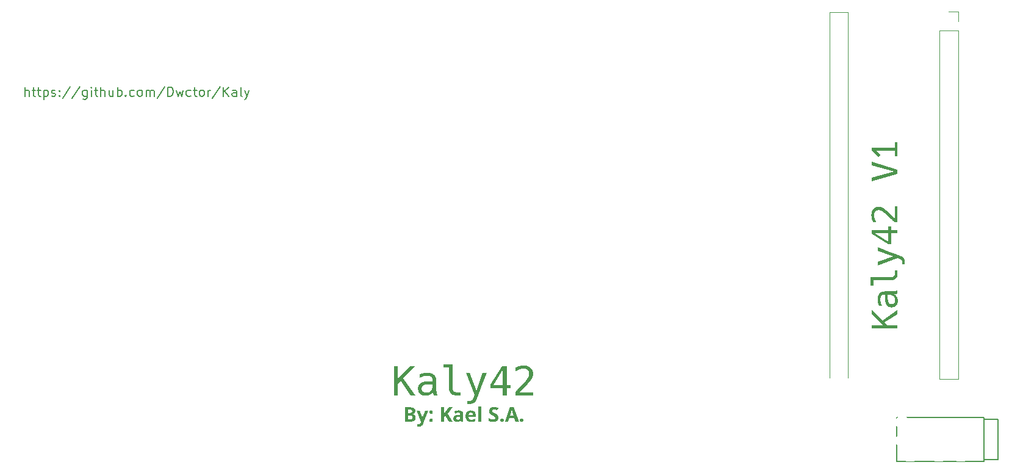
<source format=gto>
%TF.GenerationSoftware,KiCad,Pcbnew,7.0.5*%
%TF.CreationDate,2023-06-08T16:22:02-03:00*%
%TF.ProjectId,2kalypcb_microcontroller_trrs,326b616c-7970-4636-925f-6d6963726f63,v1.0.0*%
%TF.SameCoordinates,Original*%
%TF.FileFunction,Legend,Top*%
%TF.FilePolarity,Positive*%
%FSLAX46Y46*%
G04 Gerber Fmt 4.6, Leading zero omitted, Abs format (unit mm)*
G04 Created by KiCad (PCBNEW 7.0.5) date 2023-06-08 16:22:02*
%MOMM*%
%LPD*%
G01*
G04 APERTURE LIST*
%ADD10C,0.200000*%
%ADD11C,0.250000*%
%ADD12C,0.500000*%
%ADD13C,0.120000*%
%ADD14C,0.150000*%
%ADD15C,1.701800*%
%ADD16C,3.429000*%
%ADD17C,2.032000*%
%ADD18R,1.700000X1.700000*%
%ADD19C,1.700000*%
%ADD20C,0.800000*%
%ADD21O,2.000000X1.600000*%
G04 APERTURE END LIST*
D10*
X15533958Y-33834176D02*
X15533958Y-32564176D01*
X16078244Y-33834176D02*
X16078244Y-33168938D01*
X16078244Y-33168938D02*
X16017768Y-33047985D01*
X16017768Y-33047985D02*
X15896816Y-32987509D01*
X15896816Y-32987509D02*
X15715387Y-32987509D01*
X15715387Y-32987509D02*
X15594435Y-33047985D01*
X15594435Y-33047985D02*
X15533958Y-33108461D01*
X16501578Y-32987509D02*
X16985387Y-32987509D01*
X16683006Y-32564176D02*
X16683006Y-33652747D01*
X16683006Y-33652747D02*
X16743483Y-33773700D01*
X16743483Y-33773700D02*
X16864435Y-33834176D01*
X16864435Y-33834176D02*
X16985387Y-33834176D01*
X17227292Y-32987509D02*
X17711101Y-32987509D01*
X17408720Y-32564176D02*
X17408720Y-33652747D01*
X17408720Y-33652747D02*
X17469197Y-33773700D01*
X17469197Y-33773700D02*
X17590149Y-33834176D01*
X17590149Y-33834176D02*
X17711101Y-33834176D01*
X18134434Y-32987509D02*
X18134434Y-34257509D01*
X18134434Y-33047985D02*
X18255387Y-32987509D01*
X18255387Y-32987509D02*
X18497292Y-32987509D01*
X18497292Y-32987509D02*
X18618244Y-33047985D01*
X18618244Y-33047985D02*
X18678720Y-33108461D01*
X18678720Y-33108461D02*
X18739196Y-33229414D01*
X18739196Y-33229414D02*
X18739196Y-33592271D01*
X18739196Y-33592271D02*
X18678720Y-33713223D01*
X18678720Y-33713223D02*
X18618244Y-33773700D01*
X18618244Y-33773700D02*
X18497292Y-33834176D01*
X18497292Y-33834176D02*
X18255387Y-33834176D01*
X18255387Y-33834176D02*
X18134434Y-33773700D01*
X19223006Y-33773700D02*
X19343959Y-33834176D01*
X19343959Y-33834176D02*
X19585863Y-33834176D01*
X19585863Y-33834176D02*
X19706816Y-33773700D01*
X19706816Y-33773700D02*
X19767292Y-33652747D01*
X19767292Y-33652747D02*
X19767292Y-33592271D01*
X19767292Y-33592271D02*
X19706816Y-33471319D01*
X19706816Y-33471319D02*
X19585863Y-33410842D01*
X19585863Y-33410842D02*
X19404435Y-33410842D01*
X19404435Y-33410842D02*
X19283482Y-33350366D01*
X19283482Y-33350366D02*
X19223006Y-33229414D01*
X19223006Y-33229414D02*
X19223006Y-33168938D01*
X19223006Y-33168938D02*
X19283482Y-33047985D01*
X19283482Y-33047985D02*
X19404435Y-32987509D01*
X19404435Y-32987509D02*
X19585863Y-32987509D01*
X19585863Y-32987509D02*
X19706816Y-33047985D01*
X20311577Y-33713223D02*
X20372054Y-33773700D01*
X20372054Y-33773700D02*
X20311577Y-33834176D01*
X20311577Y-33834176D02*
X20251101Y-33773700D01*
X20251101Y-33773700D02*
X20311577Y-33713223D01*
X20311577Y-33713223D02*
X20311577Y-33834176D01*
X20311577Y-33047985D02*
X20372054Y-33108461D01*
X20372054Y-33108461D02*
X20311577Y-33168938D01*
X20311577Y-33168938D02*
X20251101Y-33108461D01*
X20251101Y-33108461D02*
X20311577Y-33047985D01*
X20311577Y-33047985D02*
X20311577Y-33168938D01*
X21823482Y-32503700D02*
X20734911Y-34136557D01*
X23153958Y-32503700D02*
X22065387Y-34136557D01*
X24121577Y-32987509D02*
X24121577Y-34015604D01*
X24121577Y-34015604D02*
X24061101Y-34136557D01*
X24061101Y-34136557D02*
X24000625Y-34197033D01*
X24000625Y-34197033D02*
X23879672Y-34257509D01*
X23879672Y-34257509D02*
X23698244Y-34257509D01*
X23698244Y-34257509D02*
X23577291Y-34197033D01*
X24121577Y-33773700D02*
X24000625Y-33834176D01*
X24000625Y-33834176D02*
X23758720Y-33834176D01*
X23758720Y-33834176D02*
X23637768Y-33773700D01*
X23637768Y-33773700D02*
X23577291Y-33713223D01*
X23577291Y-33713223D02*
X23516815Y-33592271D01*
X23516815Y-33592271D02*
X23516815Y-33229414D01*
X23516815Y-33229414D02*
X23577291Y-33108461D01*
X23577291Y-33108461D02*
X23637768Y-33047985D01*
X23637768Y-33047985D02*
X23758720Y-32987509D01*
X23758720Y-32987509D02*
X24000625Y-32987509D01*
X24000625Y-32987509D02*
X24121577Y-33047985D01*
X24726339Y-33834176D02*
X24726339Y-32987509D01*
X24726339Y-32564176D02*
X24665863Y-32624652D01*
X24665863Y-32624652D02*
X24726339Y-32685128D01*
X24726339Y-32685128D02*
X24786816Y-32624652D01*
X24786816Y-32624652D02*
X24726339Y-32564176D01*
X24726339Y-32564176D02*
X24726339Y-32685128D01*
X25149673Y-32987509D02*
X25633482Y-32987509D01*
X25331101Y-32564176D02*
X25331101Y-33652747D01*
X25331101Y-33652747D02*
X25391578Y-33773700D01*
X25391578Y-33773700D02*
X25512530Y-33834176D01*
X25512530Y-33834176D02*
X25633482Y-33834176D01*
X26056815Y-33834176D02*
X26056815Y-32564176D01*
X26601101Y-33834176D02*
X26601101Y-33168938D01*
X26601101Y-33168938D02*
X26540625Y-33047985D01*
X26540625Y-33047985D02*
X26419673Y-32987509D01*
X26419673Y-32987509D02*
X26238244Y-32987509D01*
X26238244Y-32987509D02*
X26117292Y-33047985D01*
X26117292Y-33047985D02*
X26056815Y-33108461D01*
X27750149Y-32987509D02*
X27750149Y-33834176D01*
X27205863Y-32987509D02*
X27205863Y-33652747D01*
X27205863Y-33652747D02*
X27266340Y-33773700D01*
X27266340Y-33773700D02*
X27387292Y-33834176D01*
X27387292Y-33834176D02*
X27568721Y-33834176D01*
X27568721Y-33834176D02*
X27689673Y-33773700D01*
X27689673Y-33773700D02*
X27750149Y-33713223D01*
X28354911Y-33834176D02*
X28354911Y-32564176D01*
X28354911Y-33047985D02*
X28475864Y-32987509D01*
X28475864Y-32987509D02*
X28717769Y-32987509D01*
X28717769Y-32987509D02*
X28838721Y-33047985D01*
X28838721Y-33047985D02*
X28899197Y-33108461D01*
X28899197Y-33108461D02*
X28959673Y-33229414D01*
X28959673Y-33229414D02*
X28959673Y-33592271D01*
X28959673Y-33592271D02*
X28899197Y-33713223D01*
X28899197Y-33713223D02*
X28838721Y-33773700D01*
X28838721Y-33773700D02*
X28717769Y-33834176D01*
X28717769Y-33834176D02*
X28475864Y-33834176D01*
X28475864Y-33834176D02*
X28354911Y-33773700D01*
X29503959Y-33713223D02*
X29564436Y-33773700D01*
X29564436Y-33773700D02*
X29503959Y-33834176D01*
X29503959Y-33834176D02*
X29443483Y-33773700D01*
X29443483Y-33773700D02*
X29503959Y-33713223D01*
X29503959Y-33713223D02*
X29503959Y-33834176D01*
X30653007Y-33773700D02*
X30532055Y-33834176D01*
X30532055Y-33834176D02*
X30290150Y-33834176D01*
X30290150Y-33834176D02*
X30169198Y-33773700D01*
X30169198Y-33773700D02*
X30108721Y-33713223D01*
X30108721Y-33713223D02*
X30048245Y-33592271D01*
X30048245Y-33592271D02*
X30048245Y-33229414D01*
X30048245Y-33229414D02*
X30108721Y-33108461D01*
X30108721Y-33108461D02*
X30169198Y-33047985D01*
X30169198Y-33047985D02*
X30290150Y-32987509D01*
X30290150Y-32987509D02*
X30532055Y-32987509D01*
X30532055Y-32987509D02*
X30653007Y-33047985D01*
X31378721Y-33834176D02*
X31257769Y-33773700D01*
X31257769Y-33773700D02*
X31197292Y-33713223D01*
X31197292Y-33713223D02*
X31136816Y-33592271D01*
X31136816Y-33592271D02*
X31136816Y-33229414D01*
X31136816Y-33229414D02*
X31197292Y-33108461D01*
X31197292Y-33108461D02*
X31257769Y-33047985D01*
X31257769Y-33047985D02*
X31378721Y-32987509D01*
X31378721Y-32987509D02*
X31560150Y-32987509D01*
X31560150Y-32987509D02*
X31681102Y-33047985D01*
X31681102Y-33047985D02*
X31741578Y-33108461D01*
X31741578Y-33108461D02*
X31802054Y-33229414D01*
X31802054Y-33229414D02*
X31802054Y-33592271D01*
X31802054Y-33592271D02*
X31741578Y-33713223D01*
X31741578Y-33713223D02*
X31681102Y-33773700D01*
X31681102Y-33773700D02*
X31560150Y-33834176D01*
X31560150Y-33834176D02*
X31378721Y-33834176D01*
X32346340Y-33834176D02*
X32346340Y-32987509D01*
X32346340Y-33108461D02*
X32406817Y-33047985D01*
X32406817Y-33047985D02*
X32527769Y-32987509D01*
X32527769Y-32987509D02*
X32709198Y-32987509D01*
X32709198Y-32987509D02*
X32830150Y-33047985D01*
X32830150Y-33047985D02*
X32890626Y-33168938D01*
X32890626Y-33168938D02*
X32890626Y-33834176D01*
X32890626Y-33168938D02*
X32951102Y-33047985D01*
X32951102Y-33047985D02*
X33072055Y-32987509D01*
X33072055Y-32987509D02*
X33253483Y-32987509D01*
X33253483Y-32987509D02*
X33374436Y-33047985D01*
X33374436Y-33047985D02*
X33434912Y-33168938D01*
X33434912Y-33168938D02*
X33434912Y-33834176D01*
X34946816Y-32503700D02*
X33858245Y-34136557D01*
X35370149Y-33834176D02*
X35370149Y-32564176D01*
X35370149Y-32564176D02*
X35672530Y-32564176D01*
X35672530Y-32564176D02*
X35853959Y-32624652D01*
X35853959Y-32624652D02*
X35974911Y-32745604D01*
X35974911Y-32745604D02*
X36035388Y-32866557D01*
X36035388Y-32866557D02*
X36095864Y-33108461D01*
X36095864Y-33108461D02*
X36095864Y-33289890D01*
X36095864Y-33289890D02*
X36035388Y-33531795D01*
X36035388Y-33531795D02*
X35974911Y-33652747D01*
X35974911Y-33652747D02*
X35853959Y-33773700D01*
X35853959Y-33773700D02*
X35672530Y-33834176D01*
X35672530Y-33834176D02*
X35370149Y-33834176D01*
X36519197Y-32987509D02*
X36761102Y-33834176D01*
X36761102Y-33834176D02*
X37003007Y-33229414D01*
X37003007Y-33229414D02*
X37244911Y-33834176D01*
X37244911Y-33834176D02*
X37486816Y-32987509D01*
X38514911Y-33773700D02*
X38393959Y-33834176D01*
X38393959Y-33834176D02*
X38152054Y-33834176D01*
X38152054Y-33834176D02*
X38031102Y-33773700D01*
X38031102Y-33773700D02*
X37970625Y-33713223D01*
X37970625Y-33713223D02*
X37910149Y-33592271D01*
X37910149Y-33592271D02*
X37910149Y-33229414D01*
X37910149Y-33229414D02*
X37970625Y-33108461D01*
X37970625Y-33108461D02*
X38031102Y-33047985D01*
X38031102Y-33047985D02*
X38152054Y-32987509D01*
X38152054Y-32987509D02*
X38393959Y-32987509D01*
X38393959Y-32987509D02*
X38514911Y-33047985D01*
X38877768Y-32987509D02*
X39361577Y-32987509D01*
X39059196Y-32564176D02*
X39059196Y-33652747D01*
X39059196Y-33652747D02*
X39119673Y-33773700D01*
X39119673Y-33773700D02*
X39240625Y-33834176D01*
X39240625Y-33834176D02*
X39361577Y-33834176D01*
X39966339Y-33834176D02*
X39845387Y-33773700D01*
X39845387Y-33773700D02*
X39784910Y-33713223D01*
X39784910Y-33713223D02*
X39724434Y-33592271D01*
X39724434Y-33592271D02*
X39724434Y-33229414D01*
X39724434Y-33229414D02*
X39784910Y-33108461D01*
X39784910Y-33108461D02*
X39845387Y-33047985D01*
X39845387Y-33047985D02*
X39966339Y-32987509D01*
X39966339Y-32987509D02*
X40147768Y-32987509D01*
X40147768Y-32987509D02*
X40268720Y-33047985D01*
X40268720Y-33047985D02*
X40329196Y-33108461D01*
X40329196Y-33108461D02*
X40389672Y-33229414D01*
X40389672Y-33229414D02*
X40389672Y-33592271D01*
X40389672Y-33592271D02*
X40329196Y-33713223D01*
X40329196Y-33713223D02*
X40268720Y-33773700D01*
X40268720Y-33773700D02*
X40147768Y-33834176D01*
X40147768Y-33834176D02*
X39966339Y-33834176D01*
X40933958Y-33834176D02*
X40933958Y-32987509D01*
X40933958Y-33229414D02*
X40994435Y-33108461D01*
X40994435Y-33108461D02*
X41054911Y-33047985D01*
X41054911Y-33047985D02*
X41175863Y-32987509D01*
X41175863Y-32987509D02*
X41296816Y-32987509D01*
X42627291Y-32503700D02*
X41538720Y-34136557D01*
X43050624Y-33834176D02*
X43050624Y-32564176D01*
X43776339Y-33834176D02*
X43232053Y-33108461D01*
X43776339Y-32564176D02*
X43050624Y-33289890D01*
X44864910Y-33834176D02*
X44864910Y-33168938D01*
X44864910Y-33168938D02*
X44804434Y-33047985D01*
X44804434Y-33047985D02*
X44683482Y-32987509D01*
X44683482Y-32987509D02*
X44441577Y-32987509D01*
X44441577Y-32987509D02*
X44320624Y-33047985D01*
X44864910Y-33773700D02*
X44743958Y-33834176D01*
X44743958Y-33834176D02*
X44441577Y-33834176D01*
X44441577Y-33834176D02*
X44320624Y-33773700D01*
X44320624Y-33773700D02*
X44260148Y-33652747D01*
X44260148Y-33652747D02*
X44260148Y-33531795D01*
X44260148Y-33531795D02*
X44320624Y-33410842D01*
X44320624Y-33410842D02*
X44441577Y-33350366D01*
X44441577Y-33350366D02*
X44743958Y-33350366D01*
X44743958Y-33350366D02*
X44864910Y-33289890D01*
X45651101Y-33834176D02*
X45530149Y-33773700D01*
X45530149Y-33773700D02*
X45469672Y-33652747D01*
X45469672Y-33652747D02*
X45469672Y-32564176D01*
X46013958Y-32987509D02*
X46316339Y-33834176D01*
X46618720Y-32987509D02*
X46316339Y-33834176D01*
X46316339Y-33834176D02*
X46195387Y-34136557D01*
X46195387Y-34136557D02*
X46134910Y-34197033D01*
X46134910Y-34197033D02*
X46013958Y-34257509D01*
D11*
G36*
X68902773Y-76989270D02*
G01*
X68927351Y-76989598D01*
X68951545Y-76990144D01*
X68975353Y-76990909D01*
X68998775Y-76991892D01*
X69021812Y-76993094D01*
X69044464Y-76994514D01*
X69066730Y-76996153D01*
X69088611Y-76998010D01*
X69110106Y-77000085D01*
X69131216Y-77002379D01*
X69151940Y-77004892D01*
X69172279Y-77007623D01*
X69192233Y-77010572D01*
X69211801Y-77013740D01*
X69249781Y-77020732D01*
X69286219Y-77028597D01*
X69321115Y-77037337D01*
X69354469Y-77046950D01*
X69386282Y-77057437D01*
X69416553Y-77068798D01*
X69445282Y-77081033D01*
X69472469Y-77094142D01*
X69485484Y-77101024D01*
X69510388Y-77115673D01*
X69533684Y-77131654D01*
X69555374Y-77148967D01*
X69575457Y-77167611D01*
X69593934Y-77187587D01*
X69610804Y-77208896D01*
X69626067Y-77231536D01*
X69639724Y-77255508D01*
X69651774Y-77280812D01*
X69662217Y-77307448D01*
X69671054Y-77335415D01*
X69678284Y-77364715D01*
X69683907Y-77395346D01*
X69687924Y-77427310D01*
X69690334Y-77460605D01*
X69691137Y-77495232D01*
X69690822Y-77516394D01*
X69689878Y-77537135D01*
X69688303Y-77557457D01*
X69686099Y-77577359D01*
X69683266Y-77596841D01*
X69677835Y-77625277D01*
X69670987Y-77652769D01*
X69662722Y-77679316D01*
X69653041Y-77704919D01*
X69641943Y-77729577D01*
X69629427Y-77753290D01*
X69615496Y-77776059D01*
X69610537Y-77783439D01*
X69594911Y-77804614D01*
X69578074Y-77824174D01*
X69560026Y-77842120D01*
X69540767Y-77858452D01*
X69520298Y-77873169D01*
X69498618Y-77886273D01*
X69475728Y-77897762D01*
X69451626Y-77907636D01*
X69426314Y-77915897D01*
X69399792Y-77922543D01*
X69381437Y-77926077D01*
X69381437Y-77940243D01*
X69406525Y-77945616D01*
X69430988Y-77951966D01*
X69454824Y-77959294D01*
X69478035Y-77967598D01*
X69500620Y-77976879D01*
X69522579Y-77987137D01*
X69543912Y-77998373D01*
X69564619Y-78010585D01*
X69584479Y-78023873D01*
X69603271Y-78038581D01*
X69620993Y-78054709D01*
X69637648Y-78072256D01*
X69653234Y-78091223D01*
X69667751Y-78111610D01*
X69681199Y-78133416D01*
X69690585Y-78150702D01*
X69693579Y-78156642D01*
X69702135Y-78175043D01*
X69709848Y-78194526D01*
X69716720Y-78215091D01*
X69722751Y-78236738D01*
X69727940Y-78259467D01*
X69732288Y-78283278D01*
X69735794Y-78308171D01*
X69738459Y-78334145D01*
X69740282Y-78361202D01*
X69741264Y-78389340D01*
X69741451Y-78408701D01*
X69740682Y-78442311D01*
X69738375Y-78474997D01*
X69734530Y-78506760D01*
X69729147Y-78537600D01*
X69722226Y-78567516D01*
X69713768Y-78596508D01*
X69703771Y-78624577D01*
X69692236Y-78651722D01*
X69679163Y-78677944D01*
X69664553Y-78703242D01*
X69648404Y-78727617D01*
X69630717Y-78751068D01*
X69611493Y-78773596D01*
X69590730Y-78795200D01*
X69568430Y-78815880D01*
X69544591Y-78835637D01*
X69519411Y-78854329D01*
X69493087Y-78871815D01*
X69465617Y-78888096D01*
X69437002Y-78903170D01*
X69407243Y-78917039D01*
X69376338Y-78929701D01*
X69344289Y-78941158D01*
X69311095Y-78951408D01*
X69276756Y-78960453D01*
X69241272Y-78968291D01*
X69204643Y-78974924D01*
X69166870Y-78980351D01*
X69127951Y-78984572D01*
X69108063Y-78986230D01*
X69087888Y-78987587D01*
X69067427Y-78988642D01*
X69046679Y-78989396D01*
X69025646Y-78989848D01*
X69004326Y-78989999D01*
X68253035Y-78989999D01*
X68253035Y-78114632D01*
X68678018Y-78114632D01*
X68678018Y-78652455D01*
X68956454Y-78652455D01*
X68979938Y-78652155D01*
X69002517Y-78651257D01*
X69024192Y-78649759D01*
X69044962Y-78647662D01*
X69064828Y-78644965D01*
X69092930Y-78639798D01*
X69118998Y-78633282D01*
X69143031Y-78625418D01*
X69165028Y-78616206D01*
X69184991Y-78605646D01*
X69202918Y-78593737D01*
X69218811Y-78580481D01*
X69223656Y-78575763D01*
X69237275Y-78560941D01*
X69249554Y-78545234D01*
X69260493Y-78528643D01*
X69270093Y-78511168D01*
X69278353Y-78492808D01*
X69285274Y-78473564D01*
X69290855Y-78453436D01*
X69295097Y-78432423D01*
X69297999Y-78410525D01*
X69299562Y-78387743D01*
X69299860Y-78372064D01*
X69299177Y-78350752D01*
X69297129Y-78330230D01*
X69293716Y-78310498D01*
X69287041Y-78285417D01*
X69277940Y-78261741D01*
X69266411Y-78239469D01*
X69252454Y-78218601D01*
X69236071Y-78199138D01*
X69222191Y-78185463D01*
X69206620Y-78172804D01*
X69188852Y-78161391D01*
X69168885Y-78151223D01*
X69146720Y-78142300D01*
X69122356Y-78134622D01*
X69095795Y-78128190D01*
X69067035Y-78123002D01*
X69046641Y-78120235D01*
X69025270Y-78118021D01*
X69002922Y-78116361D01*
X68979596Y-78115255D01*
X68955294Y-78114701D01*
X68942777Y-78114632D01*
X68678018Y-78114632D01*
X68253035Y-78114632D01*
X68253035Y-77326705D01*
X68678018Y-77326705D01*
X68678018Y-77777089D01*
X68925680Y-77777089D01*
X68948438Y-77776856D01*
X68970308Y-77776157D01*
X68991288Y-77774993D01*
X69011379Y-77773364D01*
X69039848Y-77770047D01*
X69066316Y-77765682D01*
X69090784Y-77760269D01*
X69113251Y-77753809D01*
X69133717Y-77746302D01*
X69152183Y-77737746D01*
X69173691Y-77724710D01*
X69183112Y-77717493D01*
X69199942Y-77701763D01*
X69214528Y-77684368D01*
X69226869Y-77665309D01*
X69236967Y-77644587D01*
X69244821Y-77622200D01*
X69250431Y-77598150D01*
X69253797Y-77572436D01*
X69254849Y-77552058D01*
X69254919Y-77545058D01*
X69254177Y-77523834D01*
X69251948Y-77503762D01*
X69246667Y-77478788D01*
X69238744Y-77455860D01*
X69228180Y-77434977D01*
X69214976Y-77416140D01*
X69199131Y-77399348D01*
X69180645Y-77384602D01*
X69170411Y-77377996D01*
X69147750Y-77365974D01*
X69128741Y-77358010D01*
X69108005Y-77350948D01*
X69085544Y-77344787D01*
X69061357Y-77339527D01*
X69035444Y-77335170D01*
X69007805Y-77331714D01*
X68978440Y-77329159D01*
X68957904Y-77327957D01*
X68936602Y-77327156D01*
X68914532Y-77326755D01*
X68903210Y-77326705D01*
X68678018Y-77326705D01*
X68253035Y-77326705D01*
X68253035Y-76989161D01*
X68877808Y-76989161D01*
X68902773Y-76989270D01*
G37*
G36*
X69881646Y-77458107D02*
G01*
X70340334Y-77458107D01*
X70630006Y-78328589D01*
X70636754Y-78348236D01*
X70642953Y-78368097D01*
X70648604Y-78388173D01*
X70653706Y-78408464D01*
X70658259Y-78428969D01*
X70662264Y-78449689D01*
X70663712Y-78458038D01*
X70667092Y-78478977D01*
X70670209Y-78500274D01*
X70673064Y-78521930D01*
X70675657Y-78543942D01*
X70677987Y-78566313D01*
X70680055Y-78589041D01*
X70680809Y-78598233D01*
X70689113Y-78598233D01*
X70691887Y-78575361D01*
X70695019Y-78552848D01*
X70698508Y-78530692D01*
X70702356Y-78508894D01*
X70706561Y-78487453D01*
X70711124Y-78466370D01*
X70713049Y-78458038D01*
X70718029Y-78437232D01*
X70723200Y-78416640D01*
X70728562Y-78396264D01*
X70734115Y-78376102D01*
X70739859Y-78356154D01*
X70745793Y-78336422D01*
X70748220Y-78328589D01*
X71032519Y-77458107D01*
X71482414Y-77458107D01*
X70832728Y-79197605D01*
X70821485Y-79227175D01*
X70809617Y-79255803D01*
X70797122Y-79283489D01*
X70784002Y-79310231D01*
X70770255Y-79336031D01*
X70755883Y-79360889D01*
X70740885Y-79384804D01*
X70725261Y-79407776D01*
X70709011Y-79429805D01*
X70692136Y-79450892D01*
X70674634Y-79471037D01*
X70656507Y-79490238D01*
X70637754Y-79508497D01*
X70618374Y-79525814D01*
X70598369Y-79542188D01*
X70577739Y-79557619D01*
X70556652Y-79572170D01*
X70535156Y-79585783D01*
X70513253Y-79598457D01*
X70490941Y-79610192D01*
X70468220Y-79620988D01*
X70445092Y-79630846D01*
X70421555Y-79639765D01*
X70397609Y-79647744D01*
X70373256Y-79654786D01*
X70348494Y-79660888D01*
X70323323Y-79666051D01*
X70297745Y-79670276D01*
X70271758Y-79673562D01*
X70245362Y-79675909D01*
X70218558Y-79677317D01*
X70191346Y-79677786D01*
X70169806Y-79677619D01*
X70149148Y-79677119D01*
X70129372Y-79676284D01*
X70106806Y-79674841D01*
X70085511Y-79672918D01*
X70068736Y-79670948D01*
X70046500Y-79667885D01*
X70025526Y-79664683D01*
X70005815Y-79661341D01*
X69984833Y-79657349D01*
X69977390Y-79655805D01*
X69977390Y-79324123D01*
X69997864Y-79327481D01*
X70018412Y-79330504D01*
X70038363Y-79333190D01*
X70051639Y-79334869D01*
X70073866Y-79337220D01*
X70093714Y-79338726D01*
X70113937Y-79339718D01*
X70134533Y-79340196D01*
X70143475Y-79340243D01*
X70167723Y-79339539D01*
X70191010Y-79337426D01*
X70213336Y-79333906D01*
X70234699Y-79328977D01*
X70255101Y-79322640D01*
X70274542Y-79314895D01*
X70293020Y-79305742D01*
X70310537Y-79295180D01*
X70327092Y-79283210D01*
X70342685Y-79269832D01*
X70352547Y-79260131D01*
X70366749Y-79244827D01*
X70380230Y-79228956D01*
X70392990Y-79212518D01*
X70405028Y-79195514D01*
X70416346Y-79177942D01*
X70426941Y-79159805D01*
X70436816Y-79141100D01*
X70445969Y-79121829D01*
X70454402Y-79101991D01*
X70462112Y-79081586D01*
X70466852Y-79067668D01*
X70492254Y-78991952D01*
X69881646Y-77458107D01*
G37*
G36*
X71634333Y-77661317D02*
G01*
X71634951Y-77637637D01*
X71636806Y-77615322D01*
X71639897Y-77594371D01*
X71644225Y-77574787D01*
X71651919Y-77550798D01*
X71661810Y-77529235D01*
X71673900Y-77510101D01*
X71688189Y-77493393D01*
X71704675Y-77479112D01*
X71722749Y-77466862D01*
X71741800Y-77456245D01*
X71761828Y-77447261D01*
X71782833Y-77439911D01*
X71804815Y-77434194D01*
X71827773Y-77430111D01*
X71851709Y-77427661D01*
X71876622Y-77426844D01*
X71900733Y-77427661D01*
X71923975Y-77430111D01*
X71946346Y-77434194D01*
X71967847Y-77439911D01*
X71988478Y-77447261D01*
X72008238Y-77456245D01*
X72027129Y-77466862D01*
X72045150Y-77479112D01*
X72061636Y-77493393D01*
X72075924Y-77510101D01*
X72088014Y-77529235D01*
X72097906Y-77550798D01*
X72105600Y-77574787D01*
X72109927Y-77594371D01*
X72113019Y-77615322D01*
X72114873Y-77637637D01*
X72115491Y-77661317D01*
X72114873Y-77683976D01*
X72113019Y-77705424D01*
X72109927Y-77725662D01*
X72103882Y-77750761D01*
X72095639Y-77773709D01*
X72085198Y-77794504D01*
X72072558Y-77813146D01*
X72057720Y-77829637D01*
X72045150Y-77840592D01*
X72027129Y-77853529D01*
X72008238Y-77864741D01*
X71988478Y-77874228D01*
X71967847Y-77881991D01*
X71946346Y-77888028D01*
X71923975Y-77892341D01*
X71900733Y-77894928D01*
X71876622Y-77895791D01*
X71851709Y-77894928D01*
X71827773Y-77892341D01*
X71804815Y-77888028D01*
X71782833Y-77881991D01*
X71761828Y-77874228D01*
X71741800Y-77864741D01*
X71722749Y-77853529D01*
X71704675Y-77840592D01*
X71688189Y-77825716D01*
X71673900Y-77808687D01*
X71661810Y-77789507D01*
X71651919Y-77768174D01*
X71644225Y-77744688D01*
X71638729Y-77719050D01*
X71636050Y-77698409D01*
X71634608Y-77676558D01*
X71634333Y-77661317D01*
G37*
G36*
X71634333Y-78786788D02*
G01*
X71634951Y-78763108D01*
X71636806Y-78740793D01*
X71639897Y-78719843D01*
X71644225Y-78700258D01*
X71651919Y-78676269D01*
X71661810Y-78654706D01*
X71673900Y-78635572D01*
X71688189Y-78618864D01*
X71704675Y-78604583D01*
X71722749Y-78592333D01*
X71741800Y-78581716D01*
X71761828Y-78572732D01*
X71782833Y-78565382D01*
X71804815Y-78559666D01*
X71827773Y-78555582D01*
X71851709Y-78553132D01*
X71876622Y-78552315D01*
X71900733Y-78553132D01*
X71923975Y-78555582D01*
X71946346Y-78559666D01*
X71967847Y-78565382D01*
X71988478Y-78572732D01*
X72008238Y-78581716D01*
X72027129Y-78592333D01*
X72045150Y-78604583D01*
X72061636Y-78618864D01*
X72075924Y-78635572D01*
X72088014Y-78654706D01*
X72097906Y-78676269D01*
X72105600Y-78700258D01*
X72109927Y-78719843D01*
X72113019Y-78740793D01*
X72114873Y-78763108D01*
X72115491Y-78786788D01*
X72114873Y-78809447D01*
X72113019Y-78830895D01*
X72109927Y-78851133D01*
X72103882Y-78876232D01*
X72095639Y-78899180D01*
X72085198Y-78919975D01*
X72072558Y-78938617D01*
X72057720Y-78955108D01*
X72045150Y-78966063D01*
X72027129Y-78979000D01*
X72008238Y-78990212D01*
X71988478Y-78999700D01*
X71967847Y-79007462D01*
X71946346Y-79013499D01*
X71923975Y-79017812D01*
X71900733Y-79020399D01*
X71876622Y-79021262D01*
X71851709Y-79020399D01*
X71827773Y-79017812D01*
X71804815Y-79013499D01*
X71782833Y-79007462D01*
X71761828Y-78999700D01*
X71741800Y-78990212D01*
X71722749Y-78979000D01*
X71704675Y-78966063D01*
X71688189Y-78951187D01*
X71673900Y-78934158D01*
X71661810Y-78914978D01*
X71651919Y-78893645D01*
X71644225Y-78870159D01*
X71638729Y-78844521D01*
X71636050Y-78823880D01*
X71634608Y-78802029D01*
X71634333Y-78786788D01*
G37*
G36*
X74866643Y-78989999D02*
G01*
X74382554Y-78989999D01*
X73856454Y-78156642D01*
X73676203Y-78283648D01*
X73676203Y-78989999D01*
X73251221Y-78989999D01*
X73251221Y-76989161D01*
X73676203Y-76989161D01*
X73676203Y-77918749D01*
X73689472Y-77900126D01*
X73702717Y-77881502D01*
X73715938Y-77862879D01*
X73729135Y-77844255D01*
X73742309Y-77825632D01*
X73755458Y-77807008D01*
X73760711Y-77799559D01*
X73773851Y-77780795D01*
X73787015Y-77762054D01*
X73800203Y-77743338D01*
X73813414Y-77724645D01*
X73826650Y-77705976D01*
X73839909Y-77687331D01*
X73845219Y-77679880D01*
X74387927Y-76989161D01*
X74860781Y-76989161D01*
X74160293Y-77888463D01*
X74866643Y-78989999D01*
G37*
G36*
X75744436Y-77427365D02*
G01*
X75781393Y-77428928D01*
X75817221Y-77431533D01*
X75851919Y-77435179D01*
X75885487Y-77439867D01*
X75917925Y-77445598D01*
X75949234Y-77452370D01*
X75979413Y-77460183D01*
X76008463Y-77469039D01*
X76036383Y-77478937D01*
X76063173Y-77489876D01*
X76088834Y-77501857D01*
X76113365Y-77514880D01*
X76136767Y-77528945D01*
X76159039Y-77544052D01*
X76180181Y-77560201D01*
X76200115Y-77577424D01*
X76218764Y-77595753D01*
X76236126Y-77615190D01*
X76252202Y-77635733D01*
X76266992Y-77657383D01*
X76280496Y-77680139D01*
X76292714Y-77704003D01*
X76303646Y-77728973D01*
X76313291Y-77755049D01*
X76321651Y-77782233D01*
X76328724Y-77810523D01*
X76334512Y-77839920D01*
X76339013Y-77870424D01*
X76342228Y-77902034D01*
X76344158Y-77934751D01*
X76344801Y-77968575D01*
X76344801Y-78989999D01*
X76052198Y-78989999D01*
X75970621Y-78781904D01*
X75959385Y-78781904D01*
X75947007Y-78797329D01*
X75928275Y-78819465D01*
X75909346Y-78840400D01*
X75890219Y-78860132D01*
X75870895Y-78878662D01*
X75851373Y-78895990D01*
X75831654Y-78912116D01*
X75811737Y-78927039D01*
X75791623Y-78940761D01*
X75771311Y-78953280D01*
X75750802Y-78964597D01*
X75729564Y-78974724D01*
X75706884Y-78983854D01*
X75682761Y-78991989D01*
X75657196Y-78999127D01*
X75630188Y-79005269D01*
X75601738Y-79010416D01*
X75581969Y-79013293D01*
X75561560Y-79015728D01*
X75540509Y-79017720D01*
X75518817Y-79019269D01*
X75496484Y-79020376D01*
X75473510Y-79021040D01*
X75449895Y-79021262D01*
X75424522Y-79020792D01*
X75399695Y-79019384D01*
X75375414Y-79017037D01*
X75351679Y-79013751D01*
X75328489Y-79009526D01*
X75305845Y-79004363D01*
X75283747Y-78998261D01*
X75262194Y-78991220D01*
X75241187Y-78983240D01*
X75220726Y-78974321D01*
X75200811Y-78964464D01*
X75181441Y-78953667D01*
X75162618Y-78941932D01*
X75144339Y-78929258D01*
X75126607Y-78915646D01*
X75109420Y-78901094D01*
X75093094Y-78885571D01*
X75077821Y-78869045D01*
X75063602Y-78851515D01*
X75050436Y-78832981D01*
X75038323Y-78813443D01*
X75027263Y-78792902D01*
X75017257Y-78771357D01*
X75008304Y-78748809D01*
X75000404Y-78725256D01*
X74993558Y-78700700D01*
X74987764Y-78675141D01*
X74983025Y-78648578D01*
X74979338Y-78621011D01*
X74976705Y-78592440D01*
X74975125Y-78562865D01*
X74974699Y-78538149D01*
X75404954Y-78538149D01*
X75405832Y-78560291D01*
X75408465Y-78580800D01*
X75414225Y-78604139D01*
X75422729Y-78624926D01*
X75433975Y-78643161D01*
X75447964Y-78658843D01*
X75461130Y-78669552D01*
X75479649Y-78680810D01*
X75499789Y-78690160D01*
X75521551Y-78697602D01*
X75544936Y-78703135D01*
X75564811Y-78706188D01*
X75585724Y-78708020D01*
X75607676Y-78708631D01*
X75632586Y-78707970D01*
X75656757Y-78705986D01*
X75680190Y-78702680D01*
X75702885Y-78698052D01*
X75724841Y-78692101D01*
X75746058Y-78684829D01*
X75766538Y-78676233D01*
X75786278Y-78666316D01*
X75805281Y-78655076D01*
X75823544Y-78642513D01*
X75835310Y-78633404D01*
X75851984Y-78618754D01*
X75867018Y-78603013D01*
X75880411Y-78586182D01*
X75892165Y-78568260D01*
X75902279Y-78549247D01*
X75910752Y-78529145D01*
X75917586Y-78507951D01*
X75922780Y-78485668D01*
X75926333Y-78462293D01*
X75928246Y-78437828D01*
X75928611Y-78420913D01*
X75928611Y-78302211D01*
X75764968Y-78302211D01*
X75740170Y-78302464D01*
X75716333Y-78303226D01*
X75693458Y-78304495D01*
X75671545Y-78306271D01*
X75650594Y-78308555D01*
X75630604Y-78311347D01*
X75602423Y-78316486D01*
X75576405Y-78322767D01*
X75552551Y-78330190D01*
X75530861Y-78338755D01*
X75511335Y-78348463D01*
X75493973Y-78359312D01*
X75483600Y-78367179D01*
X75465168Y-78384063D01*
X75449193Y-78402228D01*
X75435675Y-78421676D01*
X75424616Y-78442406D01*
X75416014Y-78464418D01*
X75409870Y-78487713D01*
X75406183Y-78512290D01*
X75404954Y-78538149D01*
X74974699Y-78538149D01*
X74974598Y-78532287D01*
X74975268Y-78502076D01*
X74977277Y-78472868D01*
X74980626Y-78444663D01*
X74985314Y-78417463D01*
X74991342Y-78391266D01*
X74998710Y-78366073D01*
X75007416Y-78341883D01*
X75017463Y-78318697D01*
X75028849Y-78296515D01*
X75041574Y-78275336D01*
X75055639Y-78255161D01*
X75071044Y-78235990D01*
X75087788Y-78217823D01*
X75105871Y-78200659D01*
X75125294Y-78184499D01*
X75146057Y-78169343D01*
X75168218Y-78155146D01*
X75191715Y-78141865D01*
X75216547Y-78129500D01*
X75242716Y-78118052D01*
X75270220Y-78107519D01*
X75299060Y-78097902D01*
X75329235Y-78089200D01*
X75360746Y-78081415D01*
X75393593Y-78074546D01*
X75427776Y-78068592D01*
X75463294Y-78063555D01*
X75500148Y-78059433D01*
X75538337Y-78056228D01*
X75557933Y-78054968D01*
X75577863Y-78053938D01*
X75598126Y-78053136D01*
X75618724Y-78052564D01*
X75639655Y-78052220D01*
X75660921Y-78052106D01*
X75928611Y-78052106D01*
X75928611Y-77981764D01*
X75928053Y-77958818D01*
X75926378Y-77937056D01*
X75923588Y-77916480D01*
X75919681Y-77897088D01*
X75912735Y-77873076D01*
X75903805Y-77851170D01*
X75892890Y-77831371D01*
X75879991Y-77813679D01*
X75865108Y-77798093D01*
X75848469Y-77784355D01*
X75830303Y-77772448D01*
X75810611Y-77762373D01*
X75789392Y-77754130D01*
X75766647Y-77747718D01*
X75742376Y-77743139D01*
X75716577Y-77740391D01*
X75696227Y-77739532D01*
X75689253Y-77739475D01*
X75668234Y-77739767D01*
X75647310Y-77740643D01*
X75626480Y-77742103D01*
X75605745Y-77744146D01*
X75585104Y-77746774D01*
X75564557Y-77749985D01*
X75544105Y-77753781D01*
X75523748Y-77758160D01*
X75503485Y-77763123D01*
X75483316Y-77768670D01*
X75469923Y-77772692D01*
X75449864Y-77778966D01*
X75429806Y-77785515D01*
X75409747Y-77792338D01*
X75389689Y-77799437D01*
X75369631Y-77806810D01*
X75349572Y-77814458D01*
X75329514Y-77822380D01*
X75309455Y-77830578D01*
X75289397Y-77839050D01*
X75269338Y-77847797D01*
X75255966Y-77853781D01*
X75118213Y-77568017D01*
X75141622Y-77555818D01*
X75165503Y-77544134D01*
X75189856Y-77532966D01*
X75214681Y-77522313D01*
X75239979Y-77512175D01*
X75265749Y-77502552D01*
X75291991Y-77493444D01*
X75318706Y-77484852D01*
X75345893Y-77476775D01*
X75373552Y-77469213D01*
X75392254Y-77464458D01*
X75420579Y-77457736D01*
X75449137Y-77451675D01*
X75477927Y-77446275D01*
X75497249Y-77443043D01*
X75516674Y-77440104D01*
X75536202Y-77437460D01*
X75555833Y-77435109D01*
X75575567Y-77433052D01*
X75595404Y-77431289D01*
X75615344Y-77429820D01*
X75635387Y-77428644D01*
X75655533Y-77427763D01*
X75675783Y-77427175D01*
X75696135Y-77426881D01*
X75706350Y-77426844D01*
X75744436Y-77427365D01*
G37*
G36*
X77418699Y-77427023D02*
G01*
X77457415Y-77428450D01*
X77495097Y-77431305D01*
X77531745Y-77435586D01*
X77567359Y-77441296D01*
X77601938Y-77448432D01*
X77635483Y-77456996D01*
X77667994Y-77466987D01*
X77699471Y-77478405D01*
X77729914Y-77491251D01*
X77759322Y-77505524D01*
X77787696Y-77521224D01*
X77815036Y-77538352D01*
X77841342Y-77556906D01*
X77866613Y-77576889D01*
X77890851Y-77598298D01*
X77902581Y-77609538D01*
X77925059Y-77632978D01*
X77946087Y-77657623D01*
X77965665Y-77683475D01*
X77983792Y-77710532D01*
X78000469Y-77738796D01*
X78015696Y-77768265D01*
X78029473Y-77798941D01*
X78041800Y-77830822D01*
X78052676Y-77863909D01*
X78062103Y-77898202D01*
X78070079Y-77933702D01*
X78076605Y-77970407D01*
X78081680Y-78008318D01*
X78085306Y-78047435D01*
X78086575Y-78067446D01*
X78087481Y-78087758D01*
X78088025Y-78108372D01*
X78088206Y-78129287D01*
X78088206Y-78333474D01*
X77098046Y-78333474D01*
X77099085Y-78355042D01*
X77100862Y-78376025D01*
X77103375Y-78396425D01*
X77106625Y-78416242D01*
X77110611Y-78435474D01*
X77117971Y-78463227D01*
X77126988Y-78489667D01*
X77137663Y-78514793D01*
X77149995Y-78538605D01*
X77163984Y-78561104D01*
X77179630Y-78582288D01*
X77196934Y-78602159D01*
X77203070Y-78608491D01*
X77222524Y-78626387D01*
X77243336Y-78642523D01*
X77265504Y-78656898D01*
X77289028Y-78669514D01*
X77313909Y-78680369D01*
X77340147Y-78689463D01*
X77367742Y-78696798D01*
X77386892Y-78700710D01*
X77406645Y-78703839D01*
X77427002Y-78706186D01*
X77447961Y-78707751D01*
X77469523Y-78708533D01*
X77480530Y-78708631D01*
X77508303Y-78708377D01*
X77535570Y-78707618D01*
X77562331Y-78706351D01*
X77588584Y-78704578D01*
X77614332Y-78702298D01*
X77639572Y-78699512D01*
X77664306Y-78696219D01*
X77688533Y-78692419D01*
X77712254Y-78688113D01*
X77735468Y-78683300D01*
X77750662Y-78679810D01*
X77773450Y-78674040D01*
X77796384Y-78667720D01*
X77819463Y-78660851D01*
X77842689Y-78653432D01*
X77866060Y-78645463D01*
X77889577Y-78636945D01*
X77913241Y-78627878D01*
X77937050Y-78618261D01*
X77961006Y-78608094D01*
X77985107Y-78597378D01*
X78001256Y-78589929D01*
X78001256Y-78911841D01*
X77980074Y-78922112D01*
X77958660Y-78931859D01*
X77937014Y-78941083D01*
X77915137Y-78949782D01*
X77893028Y-78957958D01*
X77870687Y-78965610D01*
X77848114Y-78972739D01*
X77825309Y-78979343D01*
X77802273Y-78985424D01*
X77779004Y-78990981D01*
X77763363Y-78994395D01*
X77739456Y-78999196D01*
X77714631Y-79003525D01*
X77688887Y-79007382D01*
X77662224Y-79010767D01*
X77634642Y-79013679D01*
X77606141Y-79016119D01*
X77586630Y-79017483D01*
X77566711Y-79018638D01*
X77546384Y-79019582D01*
X77525648Y-79020317D01*
X77504504Y-79020842D01*
X77482951Y-79021157D01*
X77460990Y-79021262D01*
X77432378Y-79020926D01*
X77404181Y-79019918D01*
X77376400Y-79018239D01*
X77349036Y-79015888D01*
X77322087Y-79012866D01*
X77295554Y-79009172D01*
X77269437Y-79004806D01*
X77243736Y-78999768D01*
X77218452Y-78994059D01*
X77193583Y-78987678D01*
X77169130Y-78980626D01*
X77145093Y-78972902D01*
X77121472Y-78964506D01*
X77098267Y-78955438D01*
X77075478Y-78945699D01*
X77053105Y-78935288D01*
X77031236Y-78924196D01*
X77009958Y-78912413D01*
X76989272Y-78899940D01*
X76969177Y-78886775D01*
X76949674Y-78872920D01*
X76930762Y-78858375D01*
X76912442Y-78843138D01*
X76894713Y-78827211D01*
X76877576Y-78810593D01*
X76861031Y-78793284D01*
X76845077Y-78775284D01*
X76829714Y-78756594D01*
X76814943Y-78737213D01*
X76800764Y-78717141D01*
X76787176Y-78696379D01*
X76774180Y-78674925D01*
X76761935Y-78652714D01*
X76750480Y-78629801D01*
X76739816Y-78606186D01*
X76729941Y-78581869D01*
X76720856Y-78556849D01*
X76712562Y-78531127D01*
X76705057Y-78504703D01*
X76698342Y-78477577D01*
X76692417Y-78449749D01*
X76687283Y-78421218D01*
X76682938Y-78391985D01*
X76679383Y-78362050D01*
X76676618Y-78331413D01*
X76674643Y-78300074D01*
X76673458Y-78268032D01*
X76673063Y-78235288D01*
X76673420Y-78201819D01*
X76674490Y-78169068D01*
X76676274Y-78137034D01*
X76678772Y-78105717D01*
X76681984Y-78075118D01*
X76685007Y-78052106D01*
X77106350Y-78052106D01*
X77694487Y-78052106D01*
X77693345Y-78027060D01*
X77691018Y-78002847D01*
X77687506Y-77979467D01*
X77682809Y-77956920D01*
X77676927Y-77935206D01*
X77669860Y-77914324D01*
X77661608Y-77894276D01*
X77652172Y-77875060D01*
X77641550Y-77856678D01*
X77629743Y-77839128D01*
X77621214Y-77827891D01*
X77607333Y-77812090D01*
X77592071Y-77797843D01*
X77575425Y-77785151D01*
X77557398Y-77774013D01*
X77537988Y-77764428D01*
X77517195Y-77756398D01*
X77495020Y-77749923D01*
X77471462Y-77745001D01*
X77446522Y-77741634D01*
X77420200Y-77739820D01*
X77401884Y-77739475D01*
X77379530Y-77740145D01*
X77357897Y-77742154D01*
X77336986Y-77745503D01*
X77316796Y-77750191D01*
X77297327Y-77756219D01*
X77278579Y-77763586D01*
X77260553Y-77772293D01*
X77243248Y-77782340D01*
X77226664Y-77793726D01*
X77210802Y-77806451D01*
X77200628Y-77815679D01*
X77186186Y-77830706D01*
X77172904Y-77847209D01*
X77160781Y-77865190D01*
X77149817Y-77884647D01*
X77140013Y-77905581D01*
X77131368Y-77927992D01*
X77123881Y-77951881D01*
X77117554Y-77977246D01*
X77112387Y-78004087D01*
X77108378Y-78032406D01*
X77106350Y-78052106D01*
X76685007Y-78052106D01*
X76685909Y-78045237D01*
X76690547Y-78016073D01*
X76695900Y-77987626D01*
X76701966Y-77959897D01*
X76708745Y-77932885D01*
X76716239Y-77906591D01*
X76724446Y-77881014D01*
X76733366Y-77856155D01*
X76743000Y-77832013D01*
X76753348Y-77808588D01*
X76764410Y-77785881D01*
X76776168Y-77763880D01*
X76788483Y-77742574D01*
X76801355Y-77721962D01*
X76814785Y-77702045D01*
X76828772Y-77682822D01*
X76843316Y-77664294D01*
X76858417Y-77646461D01*
X76874075Y-77629322D01*
X76890290Y-77612877D01*
X76907063Y-77597127D01*
X76924393Y-77582072D01*
X76942280Y-77567711D01*
X76960724Y-77554045D01*
X76979725Y-77541074D01*
X76999284Y-77528797D01*
X77019399Y-77517214D01*
X77040002Y-77506271D01*
X77061020Y-77496034D01*
X77082454Y-77486503D01*
X77104304Y-77477677D01*
X77126570Y-77469558D01*
X77149253Y-77462145D01*
X77172351Y-77455438D01*
X77195865Y-77449437D01*
X77219795Y-77444142D01*
X77244141Y-77439553D01*
X77268903Y-77435669D01*
X77294081Y-77432492D01*
X77319675Y-77430021D01*
X77345685Y-77428256D01*
X77372111Y-77427197D01*
X77398953Y-77426844D01*
X77418699Y-77427023D01*
G37*
G36*
X78840474Y-78989999D02*
G01*
X78420865Y-78989999D01*
X78420865Y-76864109D01*
X78840474Y-76864109D01*
X78840474Y-78989999D01*
G37*
G36*
X81219888Y-78430682D02*
G01*
X81219134Y-78463962D01*
X81216873Y-78496391D01*
X81213104Y-78527969D01*
X81207828Y-78558696D01*
X81201045Y-78588572D01*
X81192754Y-78617597D01*
X81182956Y-78645771D01*
X81171650Y-78673093D01*
X81158837Y-78699565D01*
X81144516Y-78725186D01*
X81128688Y-78749955D01*
X81111352Y-78773874D01*
X81092509Y-78796942D01*
X81072159Y-78819158D01*
X81050301Y-78840524D01*
X81026936Y-78861038D01*
X81002245Y-78880440D01*
X80976286Y-78898591D01*
X80949061Y-78915489D01*
X80920568Y-78931136D01*
X80890809Y-78945531D01*
X80859782Y-78958674D01*
X80827489Y-78970566D01*
X80793928Y-78981206D01*
X80759101Y-78990594D01*
X80723006Y-78998730D01*
X80685645Y-79005615D01*
X80647016Y-79011248D01*
X80627227Y-79013595D01*
X80607121Y-79015629D01*
X80586698Y-79017350D01*
X80565958Y-79018758D01*
X80544902Y-79019853D01*
X80523529Y-79020636D01*
X80501839Y-79021105D01*
X80479832Y-79021262D01*
X80460053Y-79021149D01*
X80440404Y-79020813D01*
X80401499Y-79019468D01*
X80363116Y-79017226D01*
X80325257Y-79014087D01*
X80287920Y-79010051D01*
X80251106Y-79005119D01*
X80214815Y-78999289D01*
X80179047Y-78992563D01*
X80143802Y-78984940D01*
X80109079Y-78976420D01*
X80074879Y-78967003D01*
X80041202Y-78956690D01*
X80008048Y-78945480D01*
X79975417Y-78933372D01*
X79943309Y-78920368D01*
X79911723Y-78906467D01*
X79911723Y-78515190D01*
X79929713Y-78523027D01*
X79947780Y-78530784D01*
X79965922Y-78538460D01*
X79984141Y-78546057D01*
X80002436Y-78553573D01*
X80020808Y-78561009D01*
X80039256Y-78568365D01*
X80057780Y-78575641D01*
X80076381Y-78582836D01*
X80095058Y-78589952D01*
X80113811Y-78596987D01*
X80132641Y-78603942D01*
X80151547Y-78610817D01*
X80170529Y-78617612D01*
X80189588Y-78624327D01*
X80208722Y-78630962D01*
X80227890Y-78637350D01*
X80247046Y-78643326D01*
X80266190Y-78648890D01*
X80285323Y-78654042D01*
X80304445Y-78658782D01*
X80323555Y-78663110D01*
X80352198Y-78668829D01*
X80380816Y-78673620D01*
X80409409Y-78677484D01*
X80437975Y-78680421D01*
X80466516Y-78682430D01*
X80495030Y-78683512D01*
X80514026Y-78683718D01*
X80542715Y-78683186D01*
X80569799Y-78681588D01*
X80595277Y-78678927D01*
X80619150Y-78675200D01*
X80641416Y-78670409D01*
X80662077Y-78664553D01*
X80681132Y-78657632D01*
X80704042Y-78646748D01*
X80724096Y-78633971D01*
X80737264Y-78623146D01*
X80752834Y-78607369D01*
X80766329Y-78590570D01*
X80777747Y-78572748D01*
X80787090Y-78553903D01*
X80794356Y-78534035D01*
X80799546Y-78513145D01*
X80802660Y-78491232D01*
X80803698Y-78468296D01*
X80802422Y-78444890D01*
X80798594Y-78422605D01*
X80792213Y-78401441D01*
X80783281Y-78381399D01*
X80771796Y-78362477D01*
X80757759Y-78344676D01*
X80751430Y-78337870D01*
X80734378Y-78321257D01*
X80719483Y-78308225D01*
X80703474Y-78295421D01*
X80686350Y-78282846D01*
X80668112Y-78270501D01*
X80648760Y-78258384D01*
X80628293Y-78246496D01*
X80612212Y-78237731D01*
X80590070Y-78225892D01*
X80567118Y-78213825D01*
X80549374Y-78204625D01*
X80531175Y-78195295D01*
X80512520Y-78185837D01*
X80493410Y-78176250D01*
X80473846Y-78166534D01*
X80453826Y-78156690D01*
X80433351Y-78146716D01*
X80412421Y-78136614D01*
X80394660Y-78127982D01*
X80376548Y-78118937D01*
X80358085Y-78109480D01*
X80339270Y-78099611D01*
X80320105Y-78089330D01*
X80300588Y-78078637D01*
X80280721Y-78067531D01*
X80260502Y-78056014D01*
X80240215Y-78043939D01*
X80220141Y-78031162D01*
X80200281Y-78017683D01*
X80180635Y-78003502D01*
X80161202Y-77988618D01*
X80141983Y-77973032D01*
X80122978Y-77956744D01*
X80104187Y-77939754D01*
X80086036Y-77921947D01*
X80068710Y-77903209D01*
X80052209Y-77883540D01*
X80036531Y-77862940D01*
X80025314Y-77846879D01*
X80014561Y-77830293D01*
X80004271Y-77813184D01*
X79994445Y-77795552D01*
X79985083Y-77777395D01*
X79982065Y-77771227D01*
X79973510Y-77752286D01*
X79965796Y-77732650D01*
X79958924Y-77712318D01*
X79952893Y-77691291D01*
X79947704Y-77669568D01*
X79943356Y-77647149D01*
X79939850Y-77624036D01*
X79937185Y-77600226D01*
X79935362Y-77575721D01*
X79934380Y-77550521D01*
X79934193Y-77533334D01*
X79934907Y-77499795D01*
X79937048Y-77467198D01*
X79940616Y-77435544D01*
X79945612Y-77404832D01*
X79952035Y-77375063D01*
X79959885Y-77346237D01*
X79969162Y-77318353D01*
X79979867Y-77291412D01*
X79991999Y-77265413D01*
X80005558Y-77240357D01*
X80020545Y-77216244D01*
X80036959Y-77193073D01*
X80054800Y-77170845D01*
X80074068Y-77149560D01*
X80094764Y-77129217D01*
X80116887Y-77109817D01*
X80140300Y-77091421D01*
X80164743Y-77074211D01*
X80190217Y-77058188D01*
X80216721Y-77043352D01*
X80244256Y-77029704D01*
X80272821Y-77017241D01*
X80302416Y-77005966D01*
X80333042Y-76995878D01*
X80364698Y-76986976D01*
X80397385Y-76979262D01*
X80431102Y-76972734D01*
X80465849Y-76967393D01*
X80501627Y-76963239D01*
X80538435Y-76960272D01*
X80576274Y-76958491D01*
X80615143Y-76957898D01*
X80634802Y-76958037D01*
X80664056Y-76958769D01*
X80693025Y-76960127D01*
X80721712Y-76962112D01*
X80750115Y-76964723D01*
X80778235Y-76967962D01*
X80806072Y-76971827D01*
X80833625Y-76976320D01*
X80860895Y-76981439D01*
X80887881Y-76987185D01*
X80914584Y-76993557D01*
X80941349Y-77000506D01*
X80968337Y-77007977D01*
X80995548Y-77015973D01*
X81022982Y-77024492D01*
X81050640Y-77033536D01*
X81069202Y-77039855D01*
X81087864Y-77046408D01*
X81106625Y-77053193D01*
X81125485Y-77060211D01*
X81144444Y-77067462D01*
X81163503Y-77074946D01*
X81182661Y-77082663D01*
X81201918Y-77090612D01*
X81211584Y-77094674D01*
X81073831Y-77423425D01*
X81048247Y-77412221D01*
X81023152Y-77401506D01*
X80998547Y-77391281D01*
X80974431Y-77381545D01*
X80950805Y-77372298D01*
X80927668Y-77363541D01*
X80905021Y-77355274D01*
X80882863Y-77347496D01*
X80861195Y-77340207D01*
X80840016Y-77333408D01*
X80826168Y-77329147D01*
X80805513Y-77323124D01*
X80784763Y-77317693D01*
X80763919Y-77312854D01*
X80742981Y-77308608D01*
X80721948Y-77304954D01*
X80700820Y-77301893D01*
X80679598Y-77299424D01*
X80658282Y-77297548D01*
X80636871Y-77296265D01*
X80615366Y-77295573D01*
X80600976Y-77295442D01*
X80578760Y-77295940D01*
X80557539Y-77297434D01*
X80537315Y-77299924D01*
X80518087Y-77303410D01*
X80493998Y-77309608D01*
X80471680Y-77317576D01*
X80451133Y-77327315D01*
X80432357Y-77338825D01*
X80415352Y-77352106D01*
X80400239Y-77366806D01*
X80387142Y-77382575D01*
X80376059Y-77399413D01*
X80366992Y-77417319D01*
X80359939Y-77436293D01*
X80354902Y-77456337D01*
X80351879Y-77477448D01*
X80350872Y-77499629D01*
X80351709Y-77519471D01*
X80355430Y-77544685D01*
X80362127Y-77568480D01*
X80371802Y-77590855D01*
X80384453Y-77611810D01*
X80400081Y-77631346D01*
X80418685Y-77649462D01*
X80434592Y-77662117D01*
X80446127Y-77670110D01*
X80464894Y-77682083D01*
X80485293Y-77694554D01*
X80507324Y-77707522D01*
X80530986Y-77720989D01*
X80556279Y-77734954D01*
X80574048Y-77744540D01*
X80592542Y-77754348D01*
X80611760Y-77764377D01*
X80631704Y-77774628D01*
X80652373Y-77785100D01*
X80673768Y-77795793D01*
X80695887Y-77806708D01*
X80718731Y-77817844D01*
X80730425Y-77823495D01*
X80749598Y-77832738D01*
X80768405Y-77842027D01*
X80786845Y-77851361D01*
X80804919Y-77860742D01*
X80822627Y-77870168D01*
X80839968Y-77879640D01*
X80865293Y-77893934D01*
X80889794Y-77908331D01*
X80913470Y-77922831D01*
X80936322Y-77937434D01*
X80958350Y-77952140D01*
X80979553Y-77966949D01*
X80993230Y-77976879D01*
X81013130Y-77991970D01*
X81032162Y-78007568D01*
X81050327Y-78023672D01*
X81067625Y-78040283D01*
X81084056Y-78057401D01*
X81099619Y-78075025D01*
X81114315Y-78093155D01*
X81128144Y-78111793D01*
X81141106Y-78130937D01*
X81153200Y-78150587D01*
X81160781Y-78163969D01*
X81171344Y-78184657D01*
X81180868Y-78206238D01*
X81189353Y-78228713D01*
X81196799Y-78252080D01*
X81203206Y-78276340D01*
X81208574Y-78301493D01*
X81212904Y-78327539D01*
X81216194Y-78354479D01*
X81218445Y-78382311D01*
X81219657Y-78411036D01*
X81219888Y-78430682D01*
G37*
G36*
X81484159Y-78786788D02*
G01*
X81484777Y-78763108D01*
X81486632Y-78740793D01*
X81489723Y-78719843D01*
X81494050Y-78700258D01*
X81501744Y-78676269D01*
X81511636Y-78654706D01*
X81523726Y-78635572D01*
X81538014Y-78618864D01*
X81554501Y-78604583D01*
X81572575Y-78592333D01*
X81591625Y-78581716D01*
X81611653Y-78572732D01*
X81632658Y-78565382D01*
X81654640Y-78559666D01*
X81677599Y-78555582D01*
X81701535Y-78553132D01*
X81726448Y-78552315D01*
X81750559Y-78553132D01*
X81773800Y-78555582D01*
X81796171Y-78559666D01*
X81817672Y-78565382D01*
X81838303Y-78572732D01*
X81858064Y-78581716D01*
X81876955Y-78592333D01*
X81894975Y-78604583D01*
X81911461Y-78618864D01*
X81925750Y-78635572D01*
X81937840Y-78654706D01*
X81947732Y-78676269D01*
X81955425Y-78700258D01*
X81959753Y-78719843D01*
X81962844Y-78740793D01*
X81964699Y-78763108D01*
X81965317Y-78786788D01*
X81964699Y-78809447D01*
X81962844Y-78830895D01*
X81959753Y-78851133D01*
X81953708Y-78876232D01*
X81945465Y-78899180D01*
X81935023Y-78919975D01*
X81922384Y-78938617D01*
X81907546Y-78955108D01*
X81894975Y-78966063D01*
X81876955Y-78979000D01*
X81858064Y-78990212D01*
X81838303Y-78999700D01*
X81817672Y-79007462D01*
X81796171Y-79013499D01*
X81773800Y-79017812D01*
X81750559Y-79020399D01*
X81726448Y-79021262D01*
X81701535Y-79020399D01*
X81677599Y-79017812D01*
X81654640Y-79013499D01*
X81632658Y-79007462D01*
X81611653Y-78999700D01*
X81591625Y-78990212D01*
X81572575Y-78979000D01*
X81554501Y-78966063D01*
X81538014Y-78951187D01*
X81523726Y-78934158D01*
X81511636Y-78914978D01*
X81501744Y-78893645D01*
X81494050Y-78870159D01*
X81488555Y-78844521D01*
X81485876Y-78823880D01*
X81484433Y-78802029D01*
X81484159Y-78786788D01*
G37*
G36*
X84062386Y-78989999D02*
G01*
X83604187Y-78989999D01*
X83457641Y-78489789D01*
X82725889Y-78489789D01*
X82579832Y-78989999D01*
X82121144Y-78989999D01*
X82420372Y-78145895D01*
X82832868Y-78145895D01*
X83356524Y-78145895D01*
X83209979Y-77693557D01*
X83203384Y-77672276D01*
X83197098Y-77652138D01*
X83190229Y-77630248D01*
X83184058Y-77610668D01*
X83177482Y-77589871D01*
X83173342Y-77576809D01*
X83166320Y-77554615D01*
X83159298Y-77532302D01*
X83152276Y-77509869D01*
X83145254Y-77487317D01*
X83138232Y-77464646D01*
X83131210Y-77441856D01*
X83128401Y-77432706D01*
X83121582Y-77410121D01*
X83115168Y-77388466D01*
X83109160Y-77367741D01*
X83103557Y-77347946D01*
X83098360Y-77329082D01*
X83092659Y-77307672D01*
X83091765Y-77304234D01*
X83086109Y-77325661D01*
X83080871Y-77344907D01*
X83075157Y-77365417D01*
X83068965Y-77387192D01*
X83062296Y-77410230D01*
X83056617Y-77429571D01*
X83053663Y-77439545D01*
X83047725Y-77459451D01*
X83041878Y-77479112D01*
X83036123Y-77498530D01*
X83030460Y-77517703D01*
X83024888Y-77536631D01*
X83018052Y-77559949D01*
X83011360Y-77582885D01*
X83008722Y-77591952D01*
X83002397Y-77613367D01*
X82996548Y-77632730D01*
X82990160Y-77653257D01*
X82983575Y-77673473D01*
X82976482Y-77693557D01*
X82832868Y-78145895D01*
X82420372Y-78145895D01*
X82830425Y-76989161D01*
X83350662Y-76989161D01*
X84062386Y-78989999D01*
G37*
G36*
X84211863Y-78786788D02*
G01*
X84212481Y-78763108D01*
X84214336Y-78740793D01*
X84217427Y-78719843D01*
X84221755Y-78700258D01*
X84229448Y-78676269D01*
X84239340Y-78654706D01*
X84251430Y-78635572D01*
X84265718Y-78618864D01*
X84282205Y-78604583D01*
X84300279Y-78592333D01*
X84319330Y-78581716D01*
X84339357Y-78572732D01*
X84360362Y-78565382D01*
X84382344Y-78559666D01*
X84405303Y-78555582D01*
X84429239Y-78553132D01*
X84454152Y-78552315D01*
X84478263Y-78553132D01*
X84501504Y-78555582D01*
X84523875Y-78559666D01*
X84545376Y-78565382D01*
X84566007Y-78572732D01*
X84585768Y-78581716D01*
X84604659Y-78592333D01*
X84622679Y-78604583D01*
X84639166Y-78618864D01*
X84653454Y-78635572D01*
X84665544Y-78654706D01*
X84675436Y-78676269D01*
X84683129Y-78700258D01*
X84687457Y-78719843D01*
X84690548Y-78740793D01*
X84692403Y-78763108D01*
X84693021Y-78786788D01*
X84692403Y-78809447D01*
X84690548Y-78830895D01*
X84687457Y-78851133D01*
X84681412Y-78876232D01*
X84673169Y-78899180D01*
X84662727Y-78919975D01*
X84650088Y-78938617D01*
X84635250Y-78955108D01*
X84622679Y-78966063D01*
X84604659Y-78979000D01*
X84585768Y-78990212D01*
X84566007Y-78999700D01*
X84545376Y-79007462D01*
X84523875Y-79013499D01*
X84501504Y-79017812D01*
X84478263Y-79020399D01*
X84454152Y-79021262D01*
X84429239Y-79020399D01*
X84405303Y-79017812D01*
X84382344Y-79013499D01*
X84360362Y-79007462D01*
X84339357Y-78999700D01*
X84319330Y-78990212D01*
X84300279Y-78979000D01*
X84282205Y-78966063D01*
X84265718Y-78951187D01*
X84251430Y-78934158D01*
X84239340Y-78914978D01*
X84229448Y-78893645D01*
X84221755Y-78870159D01*
X84216259Y-78844521D01*
X84213580Y-78823880D01*
X84212137Y-78802029D01*
X84211863Y-78786788D01*
G37*
D12*
G36*
X66709533Y-71255799D02*
G01*
X67265429Y-71255799D01*
X67265429Y-73095436D01*
X68990761Y-71255799D01*
X69638493Y-71255799D01*
X68049937Y-72949867D01*
X69685387Y-75320000D01*
X69018116Y-75320000D01*
X67686504Y-73312323D01*
X67265429Y-73751960D01*
X67265429Y-75320000D01*
X66709533Y-75320000D01*
X66709533Y-71255799D01*
G37*
G36*
X71384692Y-72194352D02*
G01*
X71435571Y-72196336D01*
X71486175Y-72199642D01*
X71536504Y-72204270D01*
X71586558Y-72210220D01*
X71636338Y-72217493D01*
X71685843Y-72226089D01*
X71735073Y-72236006D01*
X71784029Y-72247246D01*
X71832709Y-72259808D01*
X71865011Y-72268918D01*
X71912936Y-72283690D01*
X71959624Y-72300162D01*
X72005076Y-72318334D01*
X72049292Y-72338206D01*
X72092271Y-72359779D01*
X72134014Y-72383052D01*
X72174520Y-72408025D01*
X72213789Y-72434698D01*
X72251823Y-72463071D01*
X72288619Y-72493144D01*
X72312463Y-72514138D01*
X72346719Y-72547033D01*
X72378775Y-72581972D01*
X72408634Y-72618955D01*
X72436295Y-72657981D01*
X72461757Y-72699051D01*
X72485021Y-72742165D01*
X72506087Y-72787322D01*
X72524955Y-72834523D01*
X72541624Y-72883768D01*
X72556096Y-72935056D01*
X72564522Y-72970383D01*
X72572204Y-73010088D01*
X72579131Y-73053365D01*
X72585302Y-73100214D01*
X72590717Y-73150635D01*
X72595377Y-73204627D01*
X72599281Y-73262192D01*
X72601464Y-73302554D01*
X72603311Y-73344502D01*
X72604822Y-73388039D01*
X72605998Y-73433162D01*
X72606837Y-73479874D01*
X72607341Y-73528173D01*
X72607509Y-73578060D01*
X72607509Y-74202344D01*
X72607758Y-74250819D01*
X72608505Y-74300255D01*
X72609750Y-74350653D01*
X72611493Y-74402013D01*
X72613734Y-74454334D01*
X72616473Y-74507617D01*
X72619710Y-74561862D01*
X72623446Y-74617069D01*
X72627679Y-74673237D01*
X72632410Y-74730367D01*
X72635841Y-74768988D01*
X72641989Y-74826621D01*
X72649442Y-74883019D01*
X72658201Y-74938179D01*
X72668264Y-74992103D01*
X72679633Y-75044791D01*
X72692307Y-75096243D01*
X72706286Y-75146457D01*
X72721570Y-75195436D01*
X72738160Y-75243177D01*
X72756054Y-75289683D01*
X72768709Y-75320000D01*
X72263615Y-75320000D01*
X72246716Y-75278085D01*
X72231192Y-75235140D01*
X72217041Y-75191165D01*
X72204264Y-75146160D01*
X72194666Y-75107868D01*
X72189365Y-75084549D01*
X72181079Y-75045332D01*
X72173318Y-75006449D01*
X72166081Y-74967900D01*
X72158090Y-74922081D01*
X72150854Y-74876744D01*
X72145401Y-74839330D01*
X72124763Y-74873214D01*
X72103147Y-74905993D01*
X72068892Y-74953085D01*
X72032439Y-74997687D01*
X71993788Y-75039799D01*
X71952938Y-75079420D01*
X71909890Y-75116552D01*
X71864644Y-75151193D01*
X71817200Y-75183345D01*
X71767558Y-75213006D01*
X71715717Y-75240177D01*
X71697948Y-75248681D01*
X71662167Y-75264888D01*
X71626141Y-75280051D01*
X71571644Y-75300833D01*
X71516598Y-75319263D01*
X71461002Y-75335340D01*
X71404857Y-75349064D01*
X71348162Y-75360436D01*
X71290918Y-75369455D01*
X71233124Y-75376121D01*
X71174780Y-75380434D01*
X71135579Y-75382003D01*
X71096134Y-75382526D01*
X71041298Y-75381533D01*
X70987675Y-75378557D01*
X70935266Y-75373596D01*
X70884070Y-75366650D01*
X70834088Y-75357720D01*
X70785320Y-75346805D01*
X70737765Y-75333906D01*
X70691424Y-75319023D01*
X70646296Y-75302155D01*
X70602382Y-75283302D01*
X70559681Y-75262465D01*
X70518194Y-75239644D01*
X70477921Y-75214838D01*
X70438861Y-75188047D01*
X70401015Y-75159272D01*
X70364383Y-75128513D01*
X70329482Y-75095895D01*
X70296834Y-75061545D01*
X70266437Y-75025462D01*
X70238292Y-74987646D01*
X70212399Y-74948098D01*
X70188757Y-74906817D01*
X70167366Y-74863803D01*
X70148228Y-74819057D01*
X70131340Y-74772579D01*
X70116705Y-74724368D01*
X70104321Y-74674424D01*
X70094189Y-74622747D01*
X70086308Y-74569338D01*
X70080679Y-74514197D01*
X70077302Y-74457322D01*
X70076251Y-74402623D01*
X70579316Y-74402623D01*
X70580870Y-74453594D01*
X70585533Y-74502091D01*
X70593304Y-74548116D01*
X70604183Y-74591667D01*
X70618171Y-74632746D01*
X70635267Y-74671352D01*
X70655471Y-74707484D01*
X70678784Y-74741144D01*
X70705205Y-74772331D01*
X70734735Y-74801045D01*
X70756148Y-74818813D01*
X70790432Y-74843431D01*
X70826604Y-74865628D01*
X70864666Y-74885403D01*
X70904617Y-74902756D01*
X70946457Y-74917689D01*
X70990186Y-74930199D01*
X71035804Y-74940289D01*
X71083311Y-74947957D01*
X71132708Y-74953203D01*
X71183993Y-74956028D01*
X71219232Y-74956566D01*
X71276646Y-74955278D01*
X71332015Y-74951414D01*
X71385341Y-74944974D01*
X71436624Y-74935958D01*
X71485863Y-74924366D01*
X71533058Y-74910198D01*
X71578209Y-74893454D01*
X71621317Y-74874134D01*
X71662382Y-74852238D01*
X71701402Y-74827766D01*
X71726281Y-74810020D01*
X71761990Y-74781570D01*
X71795844Y-74751540D01*
X71827844Y-74719929D01*
X71857989Y-74686739D01*
X71886279Y-74651969D01*
X71912714Y-74615618D01*
X71937295Y-74577688D01*
X71960021Y-74538178D01*
X71980892Y-74497088D01*
X71999909Y-74454418D01*
X72011556Y-74425094D01*
X72027794Y-74380271D01*
X72042434Y-74334831D01*
X72055477Y-74288772D01*
X72066923Y-74242095D01*
X72076772Y-74194799D01*
X72085024Y-74146886D01*
X72091678Y-74098354D01*
X72096736Y-74049204D01*
X72100196Y-73999436D01*
X72102060Y-73949049D01*
X72102415Y-73915115D01*
X72102415Y-73807648D01*
X71464452Y-73807648D01*
X71424596Y-73808051D01*
X71384894Y-73809262D01*
X71345347Y-73811280D01*
X71305954Y-73814105D01*
X71266716Y-73817737D01*
X71227632Y-73822176D01*
X71188703Y-73827423D01*
X71149929Y-73833476D01*
X71111309Y-73840337D01*
X71072843Y-73848005D01*
X71047286Y-73853565D01*
X70997582Y-73866342D01*
X70950077Y-73881714D01*
X70904770Y-73899682D01*
X70861661Y-73920244D01*
X70820750Y-73943401D01*
X70782038Y-73969153D01*
X70745523Y-73997501D01*
X70711207Y-74028443D01*
X70680295Y-74062286D01*
X70653505Y-74099823D01*
X70630836Y-74141055D01*
X70612289Y-74185980D01*
X70597863Y-74234600D01*
X70589749Y-74273489D01*
X70583953Y-74314456D01*
X70580475Y-74357500D01*
X70579316Y-74402623D01*
X70076251Y-74402623D01*
X70076176Y-74398715D01*
X70076920Y-74350058D01*
X70079153Y-74302759D01*
X70082874Y-74256818D01*
X70088083Y-74212236D01*
X70094780Y-74169013D01*
X70102966Y-74127148D01*
X70112641Y-74086642D01*
X70123803Y-74047494D01*
X70136454Y-74009705D01*
X70158222Y-73955569D01*
X70183337Y-73904490D01*
X70211802Y-73856468D01*
X70243616Y-73811502D01*
X70266685Y-73783224D01*
X70303619Y-73742800D01*
X70342614Y-73704696D01*
X70383670Y-73668909D01*
X70426787Y-73635441D01*
X70471964Y-73604292D01*
X70519202Y-73575461D01*
X70568501Y-73548948D01*
X70619861Y-73524754D01*
X70673281Y-73502878D01*
X70710040Y-73489582D01*
X70747714Y-73477316D01*
X70766895Y-73471570D01*
X70805764Y-73460686D01*
X70844946Y-73450504D01*
X70884440Y-73441024D01*
X70924248Y-73432247D01*
X70964369Y-73424171D01*
X71004803Y-73416798D01*
X71045549Y-73410127D01*
X71086609Y-73404159D01*
X71127981Y-73398892D01*
X71169666Y-73394328D01*
X71211665Y-73390466D01*
X71253976Y-73387306D01*
X71296600Y-73384848D01*
X71339537Y-73383093D01*
X71382787Y-73382039D01*
X71426350Y-73381688D01*
X72102415Y-73381688D01*
X72102415Y-73303531D01*
X72101640Y-73256567D01*
X72099316Y-73211420D01*
X72095442Y-73168090D01*
X72090019Y-73126577D01*
X72083047Y-73086880D01*
X72069683Y-73030740D01*
X72052833Y-72978688D01*
X72032497Y-72930722D01*
X72008675Y-72886845D01*
X71981367Y-72847054D01*
X71950572Y-72811351D01*
X71916291Y-72779735D01*
X71904089Y-72770104D01*
X71865495Y-72743216D01*
X71824085Y-72718973D01*
X71779858Y-72697375D01*
X71732814Y-72678422D01*
X71682954Y-72662113D01*
X71630278Y-72648448D01*
X71574785Y-72637429D01*
X71516476Y-72629054D01*
X71476039Y-72624940D01*
X71434349Y-72622001D01*
X71391408Y-72620238D01*
X71347216Y-72619651D01*
X71295095Y-72620329D01*
X71243145Y-72622364D01*
X71191368Y-72625756D01*
X71139762Y-72630504D01*
X71088328Y-72636609D01*
X71037065Y-72644071D01*
X70985975Y-72652890D01*
X70935056Y-72663065D01*
X70884309Y-72674597D01*
X70833733Y-72687485D01*
X70800112Y-72696831D01*
X70750229Y-72711835D01*
X70700964Y-72727904D01*
X70652318Y-72745037D01*
X70604290Y-72763235D01*
X70556880Y-72782498D01*
X70510089Y-72802825D01*
X70463915Y-72824217D01*
X70418360Y-72846674D01*
X70373423Y-72870196D01*
X70329105Y-72894783D01*
X70299902Y-72911765D01*
X70299902Y-72407648D01*
X70347206Y-72390529D01*
X70394596Y-72373977D01*
X70442072Y-72357991D01*
X70489633Y-72342572D01*
X70537281Y-72327720D01*
X70585014Y-72313435D01*
X70632833Y-72299716D01*
X70680738Y-72286564D01*
X70728729Y-72273979D01*
X70776806Y-72261961D01*
X70808904Y-72254263D01*
X70857176Y-72243438D01*
X70905636Y-72233678D01*
X70954285Y-72224983D01*
X71003123Y-72217352D01*
X71052150Y-72210786D01*
X71101366Y-72205285D01*
X71150771Y-72200849D01*
X71200365Y-72197477D01*
X71250147Y-72195170D01*
X71300119Y-72193928D01*
X71333538Y-72193691D01*
X71384692Y-72194352D01*
G37*
G36*
X75317627Y-75320000D02*
G01*
X75262001Y-75318881D01*
X75207962Y-75315527D01*
X75155511Y-75309936D01*
X75104648Y-75302109D01*
X75055372Y-75292045D01*
X75007683Y-75279745D01*
X74961582Y-75265209D01*
X74917069Y-75248436D01*
X74874143Y-75229427D01*
X74832805Y-75208182D01*
X74793055Y-75184700D01*
X74754892Y-75158982D01*
X74718317Y-75131028D01*
X74683329Y-75100837D01*
X74649929Y-75068410D01*
X74618116Y-75033747D01*
X74588185Y-74996931D01*
X74560185Y-74958291D01*
X74534115Y-74917827D01*
X74509977Y-74875539D01*
X74487770Y-74831426D01*
X74467494Y-74785489D01*
X74449149Y-74737728D01*
X74432736Y-74688143D01*
X74418253Y-74636734D01*
X74405701Y-74583500D01*
X74395080Y-74528443D01*
X74386391Y-74471561D01*
X74379632Y-74412855D01*
X74374804Y-74352325D01*
X74371908Y-74289970D01*
X74370942Y-74225792D01*
X74370942Y-71494180D01*
X73564941Y-71494180D01*
X73564941Y-71068220D01*
X74874082Y-71068220D01*
X74874082Y-74215045D01*
X74874575Y-74255830D01*
X74876052Y-74295385D01*
X74880113Y-74352415D01*
X74886390Y-74406680D01*
X74894882Y-74458180D01*
X74905590Y-74506915D01*
X74918513Y-74552885D01*
X74933651Y-74596090D01*
X74951005Y-74636531D01*
X74970574Y-74674206D01*
X74992358Y-74709117D01*
X75000112Y-74720139D01*
X75024747Y-74751217D01*
X75060719Y-74787899D01*
X75100264Y-74819147D01*
X75143380Y-74844961D01*
X75190069Y-74865340D01*
X75227429Y-74877057D01*
X75266799Y-74885719D01*
X75308178Y-74891323D01*
X75351567Y-74893870D01*
X75366476Y-74894040D01*
X75954613Y-74894040D01*
X75954613Y-75320000D01*
X75317627Y-75320000D01*
G37*
G36*
X76944285Y-76082037D02*
G01*
X77242261Y-76082037D01*
X77282950Y-76080938D01*
X77334425Y-76076053D01*
X77382724Y-76067260D01*
X77427847Y-76054560D01*
X77469796Y-76037951D01*
X77508570Y-76017435D01*
X77544168Y-75993011D01*
X77576591Y-75964678D01*
X77584201Y-75956985D01*
X77618563Y-75916257D01*
X77645517Y-75877778D01*
X77673483Y-75832497D01*
X77702463Y-75780416D01*
X77722346Y-75741918D01*
X77742679Y-75700396D01*
X77763463Y-75655852D01*
X77784697Y-75608286D01*
X77806381Y-75557697D01*
X77828515Y-75504086D01*
X77851100Y-75447452D01*
X77874135Y-75387796D01*
X77897621Y-75325117D01*
X77909533Y-75292644D01*
X76725443Y-72256217D01*
X77258870Y-72256217D01*
X78166476Y-74676175D01*
X79060405Y-72256217D01*
X79593831Y-72256217D01*
X78786853Y-74345959D01*
X78769124Y-74391921D01*
X78751842Y-74436749D01*
X78735007Y-74480443D01*
X78718618Y-74523005D01*
X78702675Y-74564432D01*
X78687179Y-74604727D01*
X78672129Y-74643888D01*
X78657526Y-74681915D01*
X78643370Y-74718809D01*
X78625189Y-74766238D01*
X78620768Y-74777780D01*
X78605289Y-74816111D01*
X78589804Y-74854365D01*
X78585597Y-74864731D01*
X78571486Y-74903187D01*
X78557381Y-74942723D01*
X78556288Y-74945819D01*
X78543293Y-74982780D01*
X78530012Y-75020730D01*
X78516288Y-75060046D01*
X78502962Y-75098285D01*
X78500600Y-75105066D01*
X78467383Y-75192993D01*
X78454118Y-75230198D01*
X78434391Y-75284933D01*
X78414871Y-75338379D01*
X78395557Y-75390537D01*
X78376449Y-75441407D01*
X78357546Y-75490990D01*
X78338850Y-75539284D01*
X78320360Y-75586290D01*
X78302077Y-75632008D01*
X78283999Y-75676439D01*
X78266127Y-75719581D01*
X78248782Y-75761275D01*
X78231918Y-75800994D01*
X78215534Y-75838738D01*
X78199632Y-75874507D01*
X78179177Y-75919127D01*
X78159576Y-75960236D01*
X78140831Y-75997834D01*
X78118601Y-76039895D01*
X78105904Y-76062498D01*
X78074209Y-76116445D01*
X78040431Y-76166912D01*
X78004570Y-76213898D01*
X77966624Y-76257404D01*
X77926595Y-76297429D01*
X77884482Y-76333974D01*
X77840286Y-76367038D01*
X77794006Y-76396622D01*
X77745642Y-76422725D01*
X77695194Y-76445348D01*
X77642663Y-76464491D01*
X77588048Y-76480153D01*
X77531349Y-76492335D01*
X77472567Y-76501036D01*
X77411701Y-76506256D01*
X77348751Y-76507997D01*
X76944285Y-76507997D01*
X76944285Y-76082037D01*
G37*
G36*
X82369407Y-73893621D02*
G01*
X82913580Y-73893621D01*
X82913580Y-74319581D01*
X82369407Y-74319581D01*
X82369407Y-75320000D01*
X81819372Y-75320000D01*
X81819372Y-74319581D01*
X80088179Y-74319581D01*
X80088179Y-73893621D01*
X80531724Y-73893621D01*
X81819372Y-73893621D01*
X81819372Y-71775547D01*
X80531724Y-73893621D01*
X80088179Y-73893621D01*
X80088179Y-73820348D01*
X81729491Y-71255799D01*
X82369407Y-71255799D01*
X82369407Y-73893621D01*
G37*
G36*
X83593552Y-74952658D02*
G01*
X83596825Y-74909796D01*
X83606642Y-74870112D01*
X83623004Y-74833607D01*
X83645912Y-74800281D01*
X83661940Y-74782665D01*
X83691747Y-74751350D01*
X83722550Y-74718952D01*
X83754350Y-74685473D01*
X83787145Y-74650911D01*
X83820936Y-74615268D01*
X83855724Y-74578543D01*
X83891507Y-74540736D01*
X83928287Y-74501847D01*
X83966062Y-74461876D01*
X84004834Y-74420823D01*
X84031235Y-74392854D01*
X84058094Y-74364369D01*
X84085182Y-74335579D01*
X84112499Y-74306483D01*
X84140045Y-74277083D01*
X84167820Y-74247377D01*
X84195824Y-74217365D01*
X84224057Y-74187049D01*
X84252519Y-74156427D01*
X84281210Y-74125499D01*
X84310130Y-74094267D01*
X84339279Y-74062729D01*
X84368657Y-74030886D01*
X84398264Y-73998737D01*
X84428099Y-73966284D01*
X84458164Y-73933524D01*
X84488458Y-73900460D01*
X84522455Y-73863243D01*
X84554838Y-73827794D01*
X84585607Y-73794114D01*
X84614762Y-73762203D01*
X84642302Y-73732061D01*
X84676512Y-73694623D01*
X84707851Y-73660330D01*
X84736320Y-73629182D01*
X84767872Y-73594668D01*
X84796365Y-73563475D01*
X84827598Y-73529128D01*
X84855602Y-73498147D01*
X84884192Y-73466257D01*
X84911486Y-73435422D01*
X84939668Y-73403084D01*
X84968158Y-73369820D01*
X84993743Y-73339472D01*
X85013092Y-73316231D01*
X85039687Y-73283722D01*
X85065253Y-73252140D01*
X85089788Y-73221486D01*
X85120898Y-73182056D01*
X85150177Y-73144275D01*
X85177623Y-73108142D01*
X85203238Y-73073658D01*
X85227022Y-73040823D01*
X85243657Y-73017278D01*
X85270042Y-72978857D01*
X85294852Y-72940532D01*
X85318089Y-72902303D01*
X85339751Y-72864168D01*
X85359839Y-72826129D01*
X85378353Y-72788186D01*
X85385318Y-72773035D01*
X85402428Y-72732927D01*
X85417855Y-72692836D01*
X85431600Y-72652762D01*
X85443661Y-72612705D01*
X85454040Y-72572665D01*
X85462735Y-72532643D01*
X85469747Y-72492638D01*
X85475077Y-72452650D01*
X85478723Y-72412679D01*
X85480687Y-72372725D01*
X85481061Y-72346099D01*
X85480278Y-72304177D01*
X85477931Y-72263407D01*
X85474020Y-72223790D01*
X85465218Y-72166526D01*
X85452897Y-72111854D01*
X85437054Y-72059776D01*
X85417691Y-72010291D01*
X85394808Y-71963400D01*
X85368404Y-71919101D01*
X85338479Y-71877396D01*
X85305034Y-71838283D01*
X85280782Y-71813649D01*
X85241541Y-71778905D01*
X85199655Y-71747578D01*
X85155124Y-71719668D01*
X85107949Y-71695176D01*
X85058130Y-71674102D01*
X85005665Y-71656445D01*
X84950556Y-71642205D01*
X84892802Y-71631383D01*
X84852830Y-71626067D01*
X84811683Y-71622270D01*
X84769360Y-71619991D01*
X84725862Y-71619232D01*
X84664210Y-71620701D01*
X84601619Y-71625109D01*
X84538089Y-71632455D01*
X84473620Y-71642740D01*
X84408213Y-71655964D01*
X84341866Y-71672126D01*
X84274581Y-71691226D01*
X84206357Y-71713265D01*
X84137195Y-71738243D01*
X84067093Y-71766159D01*
X83996053Y-71797014D01*
X83960181Y-71813543D01*
X83924074Y-71830807D01*
X83887732Y-71848806D01*
X83851156Y-71867539D01*
X83814345Y-71887007D01*
X83777299Y-71907209D01*
X83740019Y-71928147D01*
X83702503Y-71949818D01*
X83664754Y-71972225D01*
X83626769Y-71995366D01*
X83626769Y-71444354D01*
X83678959Y-71421622D01*
X83731114Y-71399955D01*
X83783235Y-71379353D01*
X83835322Y-71359815D01*
X83887374Y-71341343D01*
X83939392Y-71323935D01*
X83991376Y-71307591D01*
X84043325Y-71292313D01*
X84095240Y-71278099D01*
X84147121Y-71264950D01*
X84181689Y-71256775D01*
X84232387Y-71245427D01*
X84283000Y-71235194D01*
X84333527Y-71226078D01*
X84383968Y-71218078D01*
X84434323Y-71211195D01*
X84484592Y-71205427D01*
X84534775Y-71200776D01*
X84584873Y-71197241D01*
X84634884Y-71194823D01*
X84684810Y-71193520D01*
X84718046Y-71193272D01*
X84771034Y-71193951D01*
X84823387Y-71195986D01*
X84875105Y-71199377D01*
X84926187Y-71204126D01*
X84976633Y-71210231D01*
X85026445Y-71217693D01*
X85075621Y-71226511D01*
X85124161Y-71236687D01*
X85172066Y-71248218D01*
X85219336Y-71261107D01*
X85250496Y-71270453D01*
X85296657Y-71285514D01*
X85341720Y-71302121D01*
X85385684Y-71320273D01*
X85428549Y-71339971D01*
X85470314Y-71361214D01*
X85510981Y-71384003D01*
X85550548Y-71408338D01*
X85589016Y-71434218D01*
X85626385Y-71461644D01*
X85662655Y-71490615D01*
X85686225Y-71510788D01*
X85716249Y-71538649D01*
X85745141Y-71567643D01*
X85772899Y-71597771D01*
X85799523Y-71629032D01*
X85825014Y-71661427D01*
X85849371Y-71694955D01*
X85872595Y-71729616D01*
X85894686Y-71765411D01*
X85915643Y-71802340D01*
X85935467Y-71840401D01*
X85948053Y-71866406D01*
X85965687Y-71906253D01*
X85981587Y-71947029D01*
X85995752Y-71988731D01*
X86008183Y-72031361D01*
X86018879Y-72074918D01*
X86027840Y-72119403D01*
X86035068Y-72164815D01*
X86040560Y-72211154D01*
X86044318Y-72258421D01*
X86046342Y-72306615D01*
X86046727Y-72339260D01*
X86045671Y-72389661D01*
X86042503Y-72440113D01*
X86037222Y-72490617D01*
X86029829Y-72541172D01*
X86020323Y-72591779D01*
X86008705Y-72642438D01*
X85994975Y-72693148D01*
X85979133Y-72743909D01*
X85961178Y-72794722D01*
X85941111Y-72845587D01*
X85926560Y-72879525D01*
X85906796Y-72922124D01*
X85885363Y-72964438D01*
X85862260Y-73006464D01*
X85837487Y-73048205D01*
X85816467Y-73081392D01*
X85794379Y-73114395D01*
X85771221Y-73147215D01*
X85746934Y-73180447D01*
X85720968Y-73215176D01*
X85693323Y-73251400D01*
X85663999Y-73289120D01*
X85632995Y-73328336D01*
X85600312Y-73369049D01*
X85574698Y-73400565D01*
X85548140Y-73432922D01*
X85529909Y-73454961D01*
X85504440Y-73484728D01*
X85477493Y-73516022D01*
X85449066Y-73548842D01*
X85419161Y-73583189D01*
X85387776Y-73619062D01*
X85361604Y-73648859D01*
X85341354Y-73671849D01*
X85313449Y-73703142D01*
X85284445Y-73735474D01*
X85254342Y-73768844D01*
X85223140Y-73803251D01*
X85190839Y-73838697D01*
X85157439Y-73875181D01*
X85122940Y-73912703D01*
X85096344Y-73941525D01*
X85087341Y-73951263D01*
X85055055Y-73985848D01*
X85023533Y-74019383D01*
X84992774Y-74051870D01*
X84962777Y-74083306D01*
X84933545Y-74113694D01*
X84905075Y-74143031D01*
X84893901Y-74154473D01*
X84865880Y-74182751D01*
X84837382Y-74211412D01*
X84808406Y-74240454D01*
X84778954Y-74269877D01*
X84749025Y-74299683D01*
X84718619Y-74329870D01*
X84706322Y-74342051D01*
X84675053Y-74373111D01*
X84642304Y-74405841D01*
X84608077Y-74440240D01*
X84579630Y-74468961D01*
X84550237Y-74498751D01*
X84519897Y-74529610D01*
X84488611Y-74561537D01*
X84480642Y-74569685D01*
X84448020Y-74603177D01*
X84413659Y-74638684D01*
X84377556Y-74676206D01*
X84349338Y-74705670D01*
X84320140Y-74736267D01*
X84289964Y-74767997D01*
X84258809Y-74800861D01*
X84226674Y-74834859D01*
X84193561Y-74869990D01*
X84170942Y-74894040D01*
X86074082Y-74894040D01*
X86074082Y-75320000D01*
X83593552Y-75320000D01*
X83593552Y-74952658D01*
G37*
D11*
G36*
X133048825Y-66072592D02*
G01*
X133048825Y-65586182D01*
X134658507Y-65586182D01*
X133048825Y-64076517D01*
X133048825Y-63509752D01*
X134531134Y-64899738D01*
X136605001Y-63468719D01*
X136605001Y-64052581D01*
X134848284Y-65217742D01*
X135232966Y-65586182D01*
X136605001Y-65586182D01*
X136605001Y-66072592D01*
X133048825Y-66072592D01*
G37*
G36*
X136605001Y-61212770D02*
G01*
X136568325Y-61227556D01*
X136530749Y-61241140D01*
X136492271Y-61253522D01*
X136452891Y-61264702D01*
X136419385Y-61273100D01*
X136398982Y-61277739D01*
X136364667Y-61284989D01*
X136330644Y-61291780D01*
X136296913Y-61298112D01*
X136256822Y-61305105D01*
X136217152Y-61311436D01*
X136184414Y-61316207D01*
X136214064Y-61334265D01*
X136242744Y-61353179D01*
X136283950Y-61383152D01*
X136322977Y-61415049D01*
X136359825Y-61448869D01*
X136394494Y-61484612D01*
X136426984Y-61522279D01*
X136457295Y-61561869D01*
X136485428Y-61603383D01*
X136511381Y-61646820D01*
X136535156Y-61692180D01*
X136542596Y-61707728D01*
X136556778Y-61739037D01*
X136570045Y-61770560D01*
X136588230Y-61818244D01*
X136604356Y-61866410D01*
X136618423Y-61915056D01*
X136630432Y-61964183D01*
X136640382Y-62013791D01*
X136648274Y-62063880D01*
X136654107Y-62114450D01*
X136657881Y-62165500D01*
X136659253Y-62199801D01*
X136659711Y-62234316D01*
X136658843Y-62282297D01*
X136656238Y-62329217D01*
X136651897Y-62375075D01*
X136645820Y-62419871D01*
X136638006Y-62463606D01*
X136628455Y-62506278D01*
X136617169Y-62547889D01*
X136604146Y-62588437D01*
X136589386Y-62627924D01*
X136572890Y-62666349D01*
X136554658Y-62703712D01*
X136534689Y-62740013D01*
X136512984Y-62775252D01*
X136489542Y-62809429D01*
X136464364Y-62842545D01*
X136437450Y-62874598D01*
X136408909Y-62905136D01*
X136378853Y-62933703D01*
X136347280Y-62960300D01*
X136314191Y-62984927D01*
X136279587Y-63007584D01*
X136243466Y-63028271D01*
X136205829Y-63046987D01*
X136166676Y-63063734D01*
X136126007Y-63078510D01*
X136083823Y-63091316D01*
X136040122Y-63102152D01*
X135994905Y-63111018D01*
X135948172Y-63117913D01*
X135899923Y-63122839D01*
X135850158Y-63125794D01*
X135798877Y-63126779D01*
X135756301Y-63126128D01*
X135714915Y-63124174D01*
X135674717Y-63120919D01*
X135635707Y-63116360D01*
X135597887Y-63110500D01*
X135561255Y-63103337D01*
X135525813Y-63094872D01*
X135491558Y-63085105D01*
X135458493Y-63074035D01*
X135411124Y-63054989D01*
X135366430Y-63033013D01*
X135324410Y-63008106D01*
X135285065Y-62980269D01*
X135260322Y-62960083D01*
X135224951Y-62927766D01*
X135191610Y-62893645D01*
X135160297Y-62857722D01*
X135131012Y-62819995D01*
X135103756Y-62780465D01*
X135078529Y-62739131D01*
X135055330Y-62695995D01*
X135034160Y-62651055D01*
X135015019Y-62604312D01*
X135003385Y-62572148D01*
X134992652Y-62539183D01*
X134987624Y-62522400D01*
X134978101Y-62488390D01*
X134969192Y-62454106D01*
X134960897Y-62419548D01*
X134953217Y-62384716D01*
X134946151Y-62349610D01*
X134939699Y-62314231D01*
X134933862Y-62278577D01*
X134928640Y-62242650D01*
X134924032Y-62206450D01*
X134920038Y-62169975D01*
X134916658Y-62133226D01*
X134913894Y-62096204D01*
X134911743Y-62058908D01*
X134910207Y-62021338D01*
X134909285Y-61983494D01*
X134908978Y-61945376D01*
X134908978Y-61353820D01*
X135281693Y-61353820D01*
X135281693Y-61912037D01*
X135282046Y-61946912D01*
X135283105Y-61981651D01*
X135284871Y-62016255D01*
X135287343Y-62050723D01*
X135290521Y-62085057D01*
X135294405Y-62119255D01*
X135298996Y-62153318D01*
X135304293Y-62187245D01*
X135310296Y-62221038D01*
X135317005Y-62254695D01*
X135321871Y-62277058D01*
X135333051Y-62320549D01*
X135346501Y-62362116D01*
X135362222Y-62401759D01*
X135380214Y-62439480D01*
X135400477Y-62475276D01*
X135423010Y-62509150D01*
X135447814Y-62541100D01*
X135474889Y-62571127D01*
X135504501Y-62598174D01*
X135537346Y-62621616D01*
X135573424Y-62641451D01*
X135612733Y-62657680D01*
X135655276Y-62670302D01*
X135689303Y-62677403D01*
X135725150Y-62682474D01*
X135762814Y-62685517D01*
X135802296Y-62686531D01*
X135846896Y-62685171D01*
X135889331Y-62681092D01*
X135929602Y-62674292D01*
X135967710Y-62664773D01*
X136003654Y-62652533D01*
X136037434Y-62637574D01*
X136069050Y-62619896D01*
X136098502Y-62599497D01*
X136125790Y-62576378D01*
X136150915Y-62550540D01*
X136166462Y-62531803D01*
X136188003Y-62501805D01*
X136207425Y-62470154D01*
X136224728Y-62436850D01*
X136239913Y-62401893D01*
X136252978Y-62365283D01*
X136263925Y-62327020D01*
X136272754Y-62287104D01*
X136279463Y-62245536D01*
X136284054Y-62202314D01*
X136286525Y-62157439D01*
X136286996Y-62126605D01*
X136285869Y-62076368D01*
X136282488Y-62027919D01*
X136276853Y-61981259D01*
X136268964Y-61936387D01*
X136258821Y-61893303D01*
X136246424Y-61852007D01*
X136231773Y-61812500D01*
X136214868Y-61774780D01*
X136195709Y-61738849D01*
X136174296Y-61704706D01*
X136158769Y-61682937D01*
X136133875Y-61651692D01*
X136107598Y-61622069D01*
X136079939Y-61594070D01*
X136050897Y-61567693D01*
X136020473Y-61542939D01*
X135988667Y-61519808D01*
X135955478Y-61498300D01*
X135920907Y-61478415D01*
X135884953Y-61460152D01*
X135847617Y-61443513D01*
X135821958Y-61433321D01*
X135782738Y-61419113D01*
X135742978Y-61406303D01*
X135702676Y-61394891D01*
X135661834Y-61384875D01*
X135620450Y-61376257D01*
X135578526Y-61369037D01*
X135536061Y-61363214D01*
X135493054Y-61358789D01*
X135449507Y-61355761D01*
X135405419Y-61354131D01*
X135375726Y-61353820D01*
X135281693Y-61353820D01*
X134908978Y-61353820D01*
X134840590Y-61353820D01*
X134799497Y-61354498D01*
X134759994Y-61356532D01*
X134722080Y-61359921D01*
X134685755Y-61364666D01*
X134651021Y-61370767D01*
X134601898Y-61382460D01*
X134556353Y-61397204D01*
X134514383Y-61414998D01*
X134475990Y-61435842D01*
X134441173Y-61459737D01*
X134409933Y-61486683D01*
X134382269Y-61516678D01*
X134373842Y-61527355D01*
X134350315Y-61561125D01*
X134329103Y-61597359D01*
X134310204Y-61636058D01*
X134293620Y-61677221D01*
X134279349Y-61720848D01*
X134267393Y-61766940D01*
X134257751Y-61815496D01*
X134250423Y-61866516D01*
X134246823Y-61901899D01*
X134244252Y-61938377D01*
X134242709Y-61975951D01*
X134242195Y-62014619D01*
X134242789Y-62060225D01*
X134244569Y-62105681D01*
X134247537Y-62150986D01*
X134251692Y-62196141D01*
X134257034Y-62241146D01*
X134263563Y-62286001D01*
X134271279Y-62330705D01*
X134280183Y-62375259D01*
X134290273Y-62419663D01*
X134301551Y-62463916D01*
X134309728Y-62493335D01*
X134322857Y-62536983D01*
X134336917Y-62580089D01*
X134351908Y-62622655D01*
X134367831Y-62664679D01*
X134384686Y-62706163D01*
X134402473Y-62747105D01*
X134421191Y-62787507D01*
X134440841Y-62827368D01*
X134461422Y-62866688D01*
X134482936Y-62905466D01*
X134497795Y-62931018D01*
X134056693Y-62931018D01*
X134041714Y-62889627D01*
X134027230Y-62848161D01*
X134013243Y-62806620D01*
X133999752Y-62765004D01*
X133986756Y-62723312D01*
X133974256Y-62681546D01*
X133962253Y-62639704D01*
X133950745Y-62597787D01*
X133939733Y-62555795D01*
X133929217Y-62513728D01*
X133922481Y-62485642D01*
X133913010Y-62443404D01*
X133904469Y-62401001D01*
X133896861Y-62358433D01*
X133890184Y-62315700D01*
X133884439Y-62272801D01*
X133879625Y-62229737D01*
X133875743Y-62186508D01*
X133872793Y-62143114D01*
X133870775Y-62099554D01*
X133869688Y-62055829D01*
X133869481Y-62026587D01*
X133870059Y-61981828D01*
X133871795Y-61937309D01*
X133874687Y-61893030D01*
X133878737Y-61848992D01*
X133883944Y-61805194D01*
X133890308Y-61761637D01*
X133897828Y-61718320D01*
X133906506Y-61675244D01*
X133916341Y-61632408D01*
X133927333Y-61589812D01*
X133935304Y-61561549D01*
X133948229Y-61519614D01*
X133962643Y-61478762D01*
X133978543Y-61438991D01*
X133995932Y-61400303D01*
X134014808Y-61362696D01*
X134035171Y-61326171D01*
X134057023Y-61290728D01*
X134080361Y-61256367D01*
X134105188Y-61223088D01*
X134131502Y-61190891D01*
X134149871Y-61170027D01*
X134178655Y-61140054D01*
X134209227Y-61112004D01*
X134241587Y-61085878D01*
X134275735Y-61061675D01*
X134311671Y-61039396D01*
X134349395Y-61019040D01*
X134388908Y-61000607D01*
X134430209Y-60984098D01*
X134473298Y-60969512D01*
X134518175Y-60956849D01*
X134549086Y-60949476D01*
X134583828Y-60942754D01*
X134621695Y-60936693D01*
X134662688Y-60931294D01*
X134706806Y-60926555D01*
X134754050Y-60922478D01*
X134804419Y-60919062D01*
X134839735Y-60917152D01*
X134876440Y-60915536D01*
X134914535Y-60914214D01*
X134954018Y-60913185D01*
X134994891Y-60912450D01*
X135037152Y-60912010D01*
X135080803Y-60911863D01*
X135627052Y-60911863D01*
X135669467Y-60911645D01*
X135712724Y-60910991D01*
X135756822Y-60909902D01*
X135801762Y-60908377D01*
X135847543Y-60906416D01*
X135894166Y-60904019D01*
X135941630Y-60901186D01*
X135989936Y-60897918D01*
X136039083Y-60894214D01*
X136089072Y-60890074D01*
X136122865Y-60887072D01*
X136173295Y-60881693D01*
X136222642Y-60875171D01*
X136270908Y-60867507D01*
X136318091Y-60858702D01*
X136364193Y-60848754D01*
X136409213Y-60837664D01*
X136453151Y-60825433D01*
X136496007Y-60812059D01*
X136537781Y-60797543D01*
X136578473Y-60781885D01*
X136605001Y-60770812D01*
X136605001Y-61212770D01*
G37*
G36*
X136605001Y-58540509D02*
G01*
X136604022Y-58589182D01*
X136601087Y-58636466D01*
X136596195Y-58682361D01*
X136589346Y-58726866D01*
X136580540Y-58769983D01*
X136569778Y-58811710D01*
X136557059Y-58852048D01*
X136542383Y-58890997D01*
X136525750Y-58928557D01*
X136507160Y-58964728D01*
X136486614Y-58999510D01*
X136464111Y-59032903D01*
X136439650Y-59064906D01*
X136413234Y-59095520D01*
X136384860Y-59124745D01*
X136354529Y-59152581D01*
X136322316Y-59178771D01*
X136288506Y-59203271D01*
X136253100Y-59226082D01*
X136216097Y-59247203D01*
X136177499Y-59266634D01*
X136137304Y-59284375D01*
X136095513Y-59300427D01*
X136052126Y-59314789D01*
X136007143Y-59327462D01*
X135960564Y-59338445D01*
X135912388Y-59347738D01*
X135862617Y-59355341D01*
X135811249Y-59361255D01*
X135758285Y-59365479D01*
X135703725Y-59368014D01*
X135647569Y-59368859D01*
X133257408Y-59368859D01*
X133257408Y-60074110D01*
X132884693Y-60074110D01*
X132884693Y-58928611D01*
X135638165Y-58928611D01*
X135673852Y-58928180D01*
X135708463Y-58926888D01*
X135758364Y-58923334D01*
X135805846Y-58917842D01*
X135850908Y-58910411D01*
X135893552Y-58901042D01*
X135933775Y-58889734D01*
X135971580Y-58876488D01*
X136006965Y-58861304D01*
X136039931Y-58844181D01*
X136070478Y-58825120D01*
X136080123Y-58818335D01*
X136107316Y-58796779D01*
X136139413Y-58765304D01*
X136166755Y-58730702D01*
X136189341Y-58692975D01*
X136207173Y-58652123D01*
X136217426Y-58619432D01*
X136225005Y-58584984D01*
X136229908Y-58548777D01*
X136232137Y-58510812D01*
X136232286Y-58497766D01*
X136232286Y-57983147D01*
X136605001Y-57983147D01*
X136605001Y-58540509D01*
G37*
G36*
X137271783Y-57117184D02*
G01*
X137271783Y-56856454D01*
X137270822Y-56820851D01*
X137266548Y-56775811D01*
X137258854Y-56733550D01*
X137247741Y-56694066D01*
X137233208Y-56657361D01*
X137215257Y-56623434D01*
X137193885Y-56592286D01*
X137169095Y-56563915D01*
X137162363Y-56557257D01*
X137126726Y-56527190D01*
X137093056Y-56503606D01*
X137053436Y-56479135D01*
X137007865Y-56453778D01*
X136974179Y-56436380D01*
X136937848Y-56418588D01*
X136898872Y-56400403D01*
X136857251Y-56381823D01*
X136812986Y-56362850D01*
X136766076Y-56343482D01*
X136716522Y-56323720D01*
X136664322Y-56303564D01*
X136609478Y-56283015D01*
X136581065Y-56272592D01*
X133924191Y-57308670D01*
X133924191Y-56841922D01*
X136041654Y-56047766D01*
X133924191Y-55265579D01*
X133924191Y-54798831D01*
X135752715Y-55504937D01*
X135792931Y-55520449D01*
X135832156Y-55535571D01*
X135870389Y-55550302D01*
X135907630Y-55564643D01*
X135943879Y-55578592D01*
X135979137Y-55592151D01*
X136013403Y-55605320D01*
X136046677Y-55618097D01*
X136078959Y-55630484D01*
X136120459Y-55646393D01*
X136130559Y-55650261D01*
X136164098Y-55663805D01*
X136197570Y-55677354D01*
X136206640Y-55681036D01*
X136240289Y-55693383D01*
X136274884Y-55705725D01*
X136277593Y-55706681D01*
X136309934Y-55718051D01*
X136343139Y-55729672D01*
X136377541Y-55741681D01*
X136411000Y-55753342D01*
X136416934Y-55755408D01*
X136493870Y-55784473D01*
X136526424Y-55796080D01*
X136574317Y-55813341D01*
X136621082Y-55830421D01*
X136666721Y-55847321D01*
X136711232Y-55864040D01*
X136754617Y-55880580D01*
X136796874Y-55896939D01*
X136838005Y-55913118D01*
X136878008Y-55929116D01*
X136916885Y-55944934D01*
X136954634Y-55960572D01*
X136991116Y-55975749D01*
X137025871Y-55990505D01*
X137058897Y-56004840D01*
X137090195Y-56018755D01*
X137129237Y-56036653D01*
X137165208Y-56053804D01*
X137198106Y-56070206D01*
X137234909Y-56089657D01*
X137254686Y-56100767D01*
X137301890Y-56128500D01*
X137346049Y-56158055D01*
X137387162Y-56189434D01*
X137425229Y-56222637D01*
X137460251Y-56257662D01*
X137492228Y-56294511D01*
X137521159Y-56333183D01*
X137547045Y-56373678D01*
X137569886Y-56415996D01*
X137589681Y-56460138D01*
X137606431Y-56506103D01*
X137620135Y-56553891D01*
X137630794Y-56603502D01*
X137638407Y-56654937D01*
X137642975Y-56708195D01*
X137644498Y-56763276D01*
X137644498Y-57117184D01*
X137271783Y-57117184D01*
G37*
G36*
X135729634Y-52370202D02*
G01*
X136605001Y-52370202D01*
X136605001Y-52851482D01*
X135729634Y-52851482D01*
X135729634Y-54366277D01*
X135292806Y-54366277D01*
X133048825Y-52930129D01*
X133048825Y-52851482D01*
X133503605Y-52851482D01*
X135356920Y-53978175D01*
X135356920Y-52851482D01*
X133503605Y-52851482D01*
X133048825Y-52851482D01*
X133048825Y-52370202D01*
X135356920Y-52370202D01*
X135356920Y-51894050D01*
X135729634Y-51894050D01*
X135729634Y-52370202D01*
G37*
G36*
X136283577Y-51299075D02*
G01*
X136246072Y-51296211D01*
X136211349Y-51287621D01*
X136179407Y-51273304D01*
X136150247Y-51253260D01*
X136134833Y-51239235D01*
X136107432Y-51213154D01*
X136079084Y-51186201D01*
X136049790Y-51158377D01*
X136019548Y-51129681D01*
X135988361Y-51100114D01*
X135956226Y-51069675D01*
X135923145Y-51038364D01*
X135889117Y-51006182D01*
X135854143Y-50973128D01*
X135818221Y-50939203D01*
X135793748Y-50916102D01*
X135768824Y-50892600D01*
X135743632Y-50868898D01*
X135718174Y-50844996D01*
X135692448Y-50820893D01*
X135666455Y-50796590D01*
X135640195Y-50772087D01*
X135613668Y-50747383D01*
X135586874Y-50722479D01*
X135559813Y-50697374D01*
X135532484Y-50672069D01*
X135504889Y-50646564D01*
X135477026Y-50620858D01*
X135448896Y-50594952D01*
X135420499Y-50568846D01*
X135391835Y-50542539D01*
X135362904Y-50516032D01*
X135330338Y-50486285D01*
X135299321Y-50457949D01*
X135269851Y-50431026D01*
X135241929Y-50405516D01*
X135215555Y-50381418D01*
X135182796Y-50351485D01*
X135152790Y-50324063D01*
X135125535Y-50299153D01*
X135095335Y-50271545D01*
X135068041Y-50246613D01*
X135037988Y-50219285D01*
X135010880Y-50194782D01*
X134982976Y-50169765D01*
X134955995Y-50145882D01*
X134927700Y-50121224D01*
X134898593Y-50096294D01*
X134872039Y-50073908D01*
X134851703Y-50056978D01*
X134823258Y-50033707D01*
X134795624Y-50011337D01*
X134768801Y-49989869D01*
X134734300Y-49962647D01*
X134701241Y-49937028D01*
X134669625Y-49913012D01*
X134639452Y-49890599D01*
X134610721Y-49869789D01*
X134590119Y-49855233D01*
X134556501Y-49832146D01*
X134522967Y-49810437D01*
X134489516Y-49790105D01*
X134456148Y-49771151D01*
X134422864Y-49753574D01*
X134389663Y-49737374D01*
X134376407Y-49731280D01*
X134341312Y-49716308D01*
X134306232Y-49702810D01*
X134271167Y-49690783D01*
X134236118Y-49680229D01*
X134201083Y-49671148D01*
X134166063Y-49663540D01*
X134131059Y-49657404D01*
X134096069Y-49652741D01*
X134061095Y-49649550D01*
X134026135Y-49647832D01*
X134002837Y-49647505D01*
X133966155Y-49648189D01*
X133930482Y-49650243D01*
X133895817Y-49653666D01*
X133845711Y-49661367D01*
X133797874Y-49672148D01*
X133752305Y-49686011D01*
X133709006Y-49702953D01*
X133667976Y-49722976D01*
X133629214Y-49746080D01*
X133592722Y-49772264D01*
X133558499Y-49801528D01*
X133536944Y-49822749D01*
X133506543Y-49857085D01*
X133479131Y-49893735D01*
X133454711Y-49932699D01*
X133433280Y-49973977D01*
X133414840Y-50017570D01*
X133399390Y-50063476D01*
X133386930Y-50111697D01*
X133377461Y-50162231D01*
X133372809Y-50197207D01*
X133369487Y-50233211D01*
X133367493Y-50270243D01*
X133366829Y-50308304D01*
X133368114Y-50362249D01*
X133371971Y-50417017D01*
X133378399Y-50472605D01*
X133387399Y-50529015D01*
X133398969Y-50586247D01*
X133413111Y-50644300D01*
X133429824Y-50703174D01*
X133449108Y-50762870D01*
X133470964Y-50823388D01*
X133495390Y-50884726D01*
X133522388Y-50946887D01*
X133536851Y-50978275D01*
X133551957Y-51009868D01*
X133567706Y-51041667D01*
X133584098Y-51073672D01*
X133601132Y-51105881D01*
X133618809Y-51138296D01*
X133637129Y-51170917D01*
X133656092Y-51203742D01*
X133675698Y-51236774D01*
X133695946Y-51270010D01*
X133213811Y-51270010D01*
X133193920Y-51224344D01*
X133174962Y-51178708D01*
X133156935Y-51133102D01*
X133139839Y-51087526D01*
X133123676Y-51041980D01*
X133108444Y-50996465D01*
X133094143Y-50950979D01*
X133080775Y-50905523D01*
X133068338Y-50860098D01*
X133056832Y-50814702D01*
X133049679Y-50784455D01*
X133039749Y-50740094D01*
X133030796Y-50695808D01*
X133022819Y-50651597D01*
X133015819Y-50607461D01*
X133009796Y-50563401D01*
X133004750Y-50519415D01*
X133000680Y-50475505D01*
X132997587Y-50431669D01*
X132995471Y-50387909D01*
X132994331Y-50344224D01*
X132994114Y-50315143D01*
X132994708Y-50268778D01*
X132996488Y-50222969D01*
X132999456Y-50177716D01*
X133003611Y-50133019D01*
X133008953Y-50088879D01*
X133015482Y-50045294D01*
X133023198Y-50002265D01*
X133032102Y-49959792D01*
X133042192Y-49917875D01*
X133053470Y-49876514D01*
X133061647Y-49849249D01*
X133074826Y-49808858D01*
X133089357Y-49769428D01*
X133105240Y-49730959D01*
X133122475Y-49693453D01*
X133141063Y-49656908D01*
X133161004Y-49621325D01*
X133182296Y-49586704D01*
X133204942Y-49553044D01*
X133228939Y-49520346D01*
X133254289Y-49488609D01*
X133271940Y-49467986D01*
X133296319Y-49441715D01*
X133321689Y-49416435D01*
X133348051Y-49392147D01*
X133375404Y-49368850D01*
X133403749Y-49346546D01*
X133433086Y-49325233D01*
X133463415Y-49304912D01*
X133494736Y-49285583D01*
X133527048Y-49267245D01*
X133560352Y-49249899D01*
X133583106Y-49238886D01*
X133617973Y-49223457D01*
X133653651Y-49209544D01*
X133690141Y-49197150D01*
X133727442Y-49186273D01*
X133765555Y-49176914D01*
X133804479Y-49169073D01*
X133844214Y-49162749D01*
X133884761Y-49157943D01*
X133926119Y-49154655D01*
X133968289Y-49152884D01*
X133996853Y-49152547D01*
X134040954Y-49153471D01*
X134085100Y-49156243D01*
X134129291Y-49160864D01*
X134173527Y-49167333D01*
X134217808Y-49175650D01*
X134262134Y-49185816D01*
X134306505Y-49197829D01*
X134350921Y-49211692D01*
X134395383Y-49227402D01*
X134439889Y-49244961D01*
X134469585Y-49257693D01*
X134506860Y-49274986D01*
X134543884Y-49293740D01*
X134580657Y-49313955D01*
X134617180Y-49335631D01*
X134646219Y-49354024D01*
X134675097Y-49373352D01*
X134703814Y-49393614D01*
X134732892Y-49414865D01*
X134763280Y-49437586D01*
X134794976Y-49461775D01*
X134827981Y-49487434D01*
X134862295Y-49514562D01*
X134897919Y-49543160D01*
X134925495Y-49565572D01*
X134953808Y-49588811D01*
X134973092Y-49604762D01*
X134999138Y-49627048D01*
X135026520Y-49650627D01*
X135055238Y-49675500D01*
X135085291Y-49701667D01*
X135116680Y-49729129D01*
X135142753Y-49752029D01*
X135162869Y-49769748D01*
X135190251Y-49794165D01*
X135218541Y-49819543D01*
X135247739Y-49845883D01*
X135277846Y-49873185D01*
X135308861Y-49901449D01*
X135340784Y-49930674D01*
X135373616Y-49960861D01*
X135398836Y-49984132D01*
X135407356Y-49992009D01*
X135437618Y-50020259D01*
X135466961Y-50047842D01*
X135495387Y-50074756D01*
X135522894Y-50101003D01*
X135549483Y-50126581D01*
X135575153Y-50151492D01*
X135585164Y-50161270D01*
X135609908Y-50185788D01*
X135634986Y-50210724D01*
X135660398Y-50236077D01*
X135686144Y-50261848D01*
X135712223Y-50288036D01*
X135738637Y-50314642D01*
X135749296Y-50325401D01*
X135776473Y-50352762D01*
X135805111Y-50381417D01*
X135835211Y-50411366D01*
X135860342Y-50436257D01*
X135886408Y-50461976D01*
X135913409Y-50488523D01*
X135941346Y-50515898D01*
X135948476Y-50522871D01*
X135977781Y-50551415D01*
X136008850Y-50581482D01*
X136041681Y-50613071D01*
X136067462Y-50637762D01*
X136094234Y-50663310D01*
X136121999Y-50689715D01*
X136150755Y-50716975D01*
X136180502Y-50745093D01*
X136211242Y-50774067D01*
X136232286Y-50793859D01*
X136232286Y-49128611D01*
X136605001Y-49128611D01*
X136605001Y-51299075D01*
X136283577Y-51299075D01*
G37*
G36*
X133048825Y-45630565D02*
G01*
X133048825Y-45131332D01*
X136204931Y-44293579D01*
X133048825Y-43454117D01*
X133048825Y-42954030D01*
X136605001Y-43999511D01*
X136605001Y-44585083D01*
X133048825Y-45630565D01*
G37*
G36*
X136232286Y-42173551D02*
G01*
X136232286Y-41422138D01*
X133677994Y-41422138D01*
X134324261Y-41992323D01*
X134004547Y-42254762D01*
X133048825Y-41427267D01*
X133048825Y-40944277D01*
X136232286Y-40944277D01*
X136232286Y-40202267D01*
X136605001Y-40202267D01*
X136605001Y-42173551D01*
X136232286Y-42173551D01*
G37*
D13*
%TO.C,*%
X127230000Y-22170000D02*
X127230000Y-72970000D01*
X129770000Y-22170000D02*
X127230000Y-22170000D01*
X129770000Y-72970000D02*
X127230000Y-72970000D01*
X129770000Y-72970000D02*
X129770000Y-22170000D01*
X142410000Y-24710000D02*
X142410000Y-73030000D01*
X142410000Y-73030000D02*
X145070000Y-73030000D01*
X145070000Y-22110000D02*
X143740000Y-22110000D01*
X145070000Y-23440000D02*
X145070000Y-22110000D01*
X145070000Y-24710000D02*
X142410000Y-24710000D01*
X145070000Y-73030000D02*
X145070000Y-24710000D01*
D14*
%TO.C,J1*%
X148590000Y-78370000D02*
X136490000Y-78370000D01*
X148590000Y-78620000D02*
X150590000Y-78620000D01*
X150590000Y-84220000D02*
X150590000Y-78620000D01*
X148590000Y-84220000D02*
X150590000Y-84220000D01*
X148590000Y-84470000D02*
X148590000Y-78370000D01*
X148590000Y-84470000D02*
X136490000Y-84470000D01*
X136490000Y-84470000D02*
X136490000Y-78370000D01*
%TD*%
%LPC*%
D13*
%TO.C,*%
X127230000Y-72970000D02*
X129770000Y-72970000D01*
%TD*%
D15*
%TO.C,S8*%
X63500000Y-43500000D03*
D16*
X58000000Y-43500000D03*
D15*
X52500000Y-43500000D03*
D17*
X63000000Y-47300000D03*
X53000000Y-47300000D03*
X58000000Y-49400000D03*
X58000000Y-49400000D03*
%TD*%
D15*
%TO.C,S20*%
X115938462Y-86226324D03*
D16*
X120602727Y-89140880D03*
D15*
X125266992Y-92055436D03*
D17*
X118376180Y-83268701D03*
X126856661Y-88567894D03*
X123729251Y-84137396D03*
X123729251Y-84137396D03*
%TD*%
D15*
%TO.C,S10*%
X81500000Y-55740000D03*
D16*
X76000000Y-55740000D03*
D15*
X70500000Y-55740000D03*
D17*
X81000000Y-59540000D03*
X71000000Y-59540000D03*
X76000000Y-61640000D03*
X76000000Y-61640000D03*
%TD*%
D15*
%TO.C,S13*%
X99500000Y-60500000D03*
D16*
X94000000Y-60500000D03*
D15*
X88500000Y-60500000D03*
D17*
X99000000Y-64300000D03*
X89000000Y-64300000D03*
X94000000Y-66400000D03*
X94000000Y-66400000D03*
%TD*%
D15*
%TO.C,S4*%
X45500000Y-73070000D03*
D16*
X40000000Y-73070000D03*
D15*
X34500000Y-73070000D03*
D17*
X45000000Y-76870000D03*
X35000000Y-76870000D03*
X40000000Y-78970000D03*
X40000000Y-78970000D03*
%TD*%
D18*
%TO.C,*%
X125840000Y-23460000D03*
X143740000Y-23440000D03*
D19*
X125840000Y-26000000D03*
X143740000Y-25980000D03*
X125840000Y-28540000D03*
X143740000Y-28520000D03*
X125840000Y-31080000D03*
X143740000Y-31060000D03*
X125840000Y-33620000D03*
X143740000Y-33600000D03*
X125840000Y-36160000D03*
X143740000Y-36140000D03*
X125840000Y-38700000D03*
X143740000Y-38680000D03*
X125840000Y-41240000D03*
X143740000Y-41220000D03*
X125840000Y-43780000D03*
X143740000Y-43760000D03*
X125840000Y-46320000D03*
X143740000Y-46300000D03*
X125840000Y-48860000D03*
X143740000Y-48840000D03*
X125840000Y-51400000D03*
X143740000Y-51380000D03*
X125840000Y-53940000D03*
X143740000Y-53920000D03*
X125840000Y-56480000D03*
X143740000Y-56460000D03*
X125840000Y-59020000D03*
X143740000Y-59000000D03*
X125840000Y-61560000D03*
X143740000Y-61540000D03*
X125840000Y-64100000D03*
X143740000Y-64080000D03*
X125840000Y-66640000D03*
X143740000Y-66620000D03*
X125840000Y-69180000D03*
X143740000Y-69160000D03*
X125840000Y-71720000D03*
X143740000Y-71700000D03*
X128500000Y-71700000D03*
X141080000Y-71720000D03*
X128500000Y-69160000D03*
X141080000Y-69180000D03*
X128500000Y-66620000D03*
X141080000Y-66640000D03*
X128500000Y-64080000D03*
X141080000Y-64100000D03*
X128500000Y-61540000D03*
X141080000Y-61560000D03*
X128500000Y-59000000D03*
X141080000Y-59020000D03*
X128500000Y-56460000D03*
X141080000Y-56480000D03*
X128500000Y-53920000D03*
X141080000Y-53940000D03*
X128500000Y-51380000D03*
X141080000Y-51400000D03*
X128500000Y-48840000D03*
X141080000Y-48860000D03*
X128500000Y-46300000D03*
X141080000Y-46320000D03*
X128500000Y-43760000D03*
X141080000Y-43780000D03*
X128500000Y-41220000D03*
X141080000Y-41240000D03*
X128500000Y-38680000D03*
X141080000Y-38700000D03*
X128500000Y-36140000D03*
X141080000Y-36160000D03*
X128500000Y-33600000D03*
X141080000Y-33620000D03*
X128500000Y-31060000D03*
X141080000Y-31080000D03*
X128500000Y-28520000D03*
X141080000Y-28540000D03*
X128500000Y-25980000D03*
X141080000Y-26000000D03*
X128500000Y-23440000D03*
X141080000Y-23460000D03*
%TD*%
D15*
%TO.C,S21*%
X132306591Y-104520659D03*
D16*
X136127212Y-100564290D03*
D15*
X139947833Y-96607921D03*
D17*
X129920429Y-101521287D03*
X136867013Y-94327889D03*
X131883107Y-96465806D03*
X131883107Y-96465806D03*
%TD*%
D15*
%TO.C,S5*%
X45500000Y-56070000D03*
D16*
X40000000Y-56070000D03*
D15*
X34500000Y-56070000D03*
D17*
X45000000Y-59870000D03*
X35000000Y-59870000D03*
X40000000Y-61970000D03*
X40000000Y-61970000D03*
%TD*%
D15*
%TO.C,S19*%
X96337408Y-79476495D03*
D16*
X101650000Y-80900000D03*
D15*
X106962592Y-82323505D03*
D17*
X97803883Y-75935387D03*
X107463142Y-78523577D03*
X103177032Y-75201038D03*
X103177032Y-75201038D03*
%TD*%
D15*
%TO.C,S15*%
X99500000Y-26500000D03*
D16*
X94000000Y-26500000D03*
D15*
X88500000Y-26500000D03*
D17*
X99000000Y-30300000D03*
X89000000Y-30300000D03*
X94000000Y-32400000D03*
X94000000Y-32400000D03*
%TD*%
D15*
%TO.C,S1*%
X27500000Y-73070000D03*
D16*
X22000000Y-73070000D03*
D15*
X16500000Y-73070000D03*
D17*
X27000000Y-76870000D03*
X17000000Y-76870000D03*
X22000000Y-78970000D03*
X22000000Y-78970000D03*
%TD*%
D15*
%TO.C,S18*%
X117500000Y-29360000D03*
D16*
X112000000Y-29360000D03*
D15*
X106500000Y-29360000D03*
D17*
X117000000Y-33160000D03*
X107000000Y-33160000D03*
X112000000Y-35260000D03*
X112000000Y-35260000D03*
%TD*%
D20*
%TO.C,J1*%
X146990000Y-79320000D03*
X139990000Y-79320000D03*
X146990000Y-81420000D03*
X139990000Y-81420000D03*
D21*
X137290000Y-79120000D03*
X137290000Y-81620000D03*
X138390000Y-77020000D03*
X138390000Y-83720000D03*
X142390000Y-77020000D03*
X145390000Y-83720000D03*
X145390000Y-77020000D03*
X142390000Y-83720000D03*
%TD*%
D15*
%TO.C,S11*%
X81500000Y-38740000D03*
D16*
X76000000Y-38740000D03*
D15*
X70500000Y-38740000D03*
D17*
X81000000Y-42540000D03*
X71000000Y-42540000D03*
X76000000Y-44640000D03*
X76000000Y-44640000D03*
%TD*%
D15*
%TO.C,S9*%
X63500000Y-26500000D03*
D16*
X58000000Y-26500000D03*
D15*
X52500000Y-26500000D03*
D17*
X63000000Y-30300000D03*
X53000000Y-30300000D03*
X58000000Y-32400000D03*
X58000000Y-32400000D03*
%TD*%
D15*
%TO.C,S6*%
X45500000Y-39070000D03*
D16*
X40000000Y-39070000D03*
D15*
X34500000Y-39070000D03*
D17*
X45000000Y-42870000D03*
X35000000Y-42870000D03*
X40000000Y-44970000D03*
X40000000Y-44970000D03*
%TD*%
D15*
%TO.C,S14*%
X99500000Y-43500000D03*
D16*
X94000000Y-43500000D03*
D15*
X88500000Y-43500000D03*
D17*
X99000000Y-47300000D03*
X89000000Y-47300000D03*
X94000000Y-49400000D03*
X94000000Y-49400000D03*
%TD*%
D15*
%TO.C,S12*%
X81500000Y-21740000D03*
D16*
X76000000Y-21740000D03*
D15*
X70500000Y-21740000D03*
D17*
X81000000Y-25540000D03*
X71000000Y-25540000D03*
X76000000Y-27640000D03*
X76000000Y-27640000D03*
%TD*%
D15*
%TO.C,S16*%
X117500000Y-63360000D03*
D16*
X112000000Y-63360000D03*
D15*
X106500000Y-63360000D03*
D17*
X117000000Y-67160000D03*
X107000000Y-67160000D03*
X112000000Y-69260000D03*
X112000000Y-69260000D03*
%TD*%
D15*
%TO.C,S3*%
X27500000Y-39070000D03*
D16*
X22000000Y-39070000D03*
D15*
X16500000Y-39070000D03*
D17*
X27000000Y-42870000D03*
X17000000Y-42870000D03*
X22000000Y-44970000D03*
X22000000Y-44970000D03*
%TD*%
D15*
%TO.C,S2*%
X27500000Y-56070000D03*
D16*
X22000000Y-56070000D03*
D15*
X16500000Y-56070000D03*
D17*
X27000000Y-59870000D03*
X17000000Y-59870000D03*
X22000000Y-61970000D03*
X22000000Y-61970000D03*
%TD*%
D15*
%TO.C,S17*%
X117500000Y-46360000D03*
D16*
X112000000Y-46360000D03*
D15*
X106500000Y-46360000D03*
D17*
X117000000Y-50160000D03*
X107000000Y-50160000D03*
X112000000Y-52260000D03*
X112000000Y-52260000D03*
%TD*%
D15*
%TO.C,S7*%
X63500000Y-60500000D03*
D16*
X58000000Y-60500000D03*
D15*
X52500000Y-60500000D03*
D17*
X63000000Y-64300000D03*
X53000000Y-64300000D03*
X58000000Y-66400000D03*
X58000000Y-66400000D03*
%TD*%
%LPD*%
M02*

</source>
